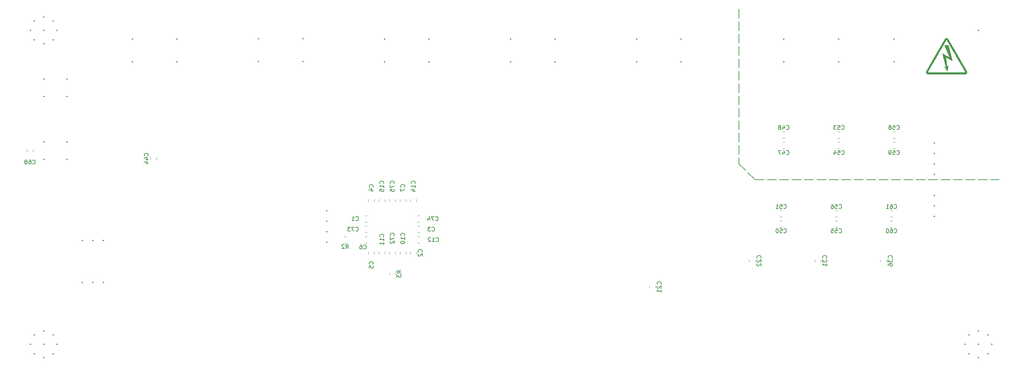
<source format=gbo>
%TF.GenerationSoftware,KiCad,Pcbnew,8.0.4*%
%TF.CreationDate,2025-03-26T21:29:21+03:00*%
%TF.ProjectId,PDU_Control_Board,5044555f-436f-46e7-9472-6f6c5f426f61,rev?*%
%TF.SameCoordinates,Original*%
%TF.FileFunction,Legend,Bot*%
%TF.FilePolarity,Positive*%
%FSLAX46Y46*%
G04 Gerber Fmt 4.6, Leading zero omitted, Abs format (unit mm)*
G04 Created by KiCad (PCBNEW 8.0.4) date 2025-03-26 21:29:21*
%MOMM*%
%LPD*%
G01*
G04 APERTURE LIST*
%ADD10C,0.200000*%
%ADD11C,0.150000*%
%ADD12C,0.120000*%
%ADD13C,0.000000*%
%ADD14C,0.350000*%
G04 APERTURE END LIST*
D10*
X394335000Y-162560000D02*
X394335000Y-164760000D01*
X394335000Y-165560000D02*
X394335000Y-167760000D01*
X394335000Y-168560000D02*
X394335000Y-170760000D01*
X394335000Y-171560000D02*
X394335000Y-173760000D01*
X394335000Y-174560000D02*
X394335000Y-176760000D01*
X394335000Y-177560000D02*
X394335000Y-179760000D01*
X394335000Y-180560000D02*
X394335000Y-182760000D01*
X394335000Y-183560000D02*
X394335000Y-185760000D01*
X394335000Y-186560000D02*
X394335000Y-188760000D01*
X394335000Y-189560000D02*
X394335000Y-191760000D01*
X394335000Y-192560000D02*
X394335000Y-194760000D01*
X394335000Y-195560000D02*
X394335000Y-197760000D01*
X394335000Y-198560000D02*
X394335000Y-200025000D01*
X398145000Y-203835000D02*
X400345000Y-203835000D01*
X401145000Y-203835000D02*
X403345000Y-203835000D01*
X404145000Y-203835000D02*
X406345000Y-203835000D01*
X407145000Y-203835000D02*
X409345000Y-203835000D01*
X410145000Y-203835000D02*
X412345000Y-203835000D01*
X413145000Y-203835000D02*
X415345000Y-203835000D01*
X416145000Y-203835000D02*
X418345000Y-203835000D01*
X419145000Y-203835000D02*
X421345000Y-203835000D01*
X422145000Y-203835000D02*
X424345000Y-203835000D01*
X425145000Y-203835000D02*
X427345000Y-203835000D01*
X428145000Y-203835000D02*
X430345000Y-203835000D01*
X431145000Y-203835000D02*
X433345000Y-203835000D01*
X434145000Y-203835000D02*
X436345000Y-203835000D01*
X437145000Y-203835000D02*
X439345000Y-203835000D01*
X440145000Y-203835000D02*
X442345000Y-203835000D01*
X443145000Y-203835000D02*
X445345000Y-203835000D01*
X446145000Y-203835000D02*
X448345000Y-203835000D01*
X449145000Y-203835000D02*
X451345000Y-203835000D01*
X452145000Y-203835000D02*
X454345000Y-203835000D01*
X455145000Y-203835000D02*
X457200000Y-203835000D01*
X394335000Y-200025000D02*
X395890635Y-201580635D01*
X396456320Y-202146320D02*
X398011955Y-203701955D01*
D11*
X405772857Y-197717580D02*
X405820476Y-197765200D01*
X405820476Y-197765200D02*
X405963333Y-197812819D01*
X405963333Y-197812819D02*
X406058571Y-197812819D01*
X406058571Y-197812819D02*
X406201428Y-197765200D01*
X406201428Y-197765200D02*
X406296666Y-197669961D01*
X406296666Y-197669961D02*
X406344285Y-197574723D01*
X406344285Y-197574723D02*
X406391904Y-197384247D01*
X406391904Y-197384247D02*
X406391904Y-197241390D01*
X406391904Y-197241390D02*
X406344285Y-197050914D01*
X406344285Y-197050914D02*
X406296666Y-196955676D01*
X406296666Y-196955676D02*
X406201428Y-196860438D01*
X406201428Y-196860438D02*
X406058571Y-196812819D01*
X406058571Y-196812819D02*
X405963333Y-196812819D01*
X405963333Y-196812819D02*
X405820476Y-196860438D01*
X405820476Y-196860438D02*
X405772857Y-196908057D01*
X404915714Y-197146152D02*
X404915714Y-197812819D01*
X405153809Y-196765200D02*
X405391904Y-197479485D01*
X405391904Y-197479485D02*
X404772857Y-197479485D01*
X404487142Y-196812819D02*
X403820476Y-196812819D01*
X403820476Y-196812819D02*
X404249047Y-197812819D01*
X418472857Y-210769580D02*
X418520476Y-210817200D01*
X418520476Y-210817200D02*
X418663333Y-210864819D01*
X418663333Y-210864819D02*
X418758571Y-210864819D01*
X418758571Y-210864819D02*
X418901428Y-210817200D01*
X418901428Y-210817200D02*
X418996666Y-210721961D01*
X418996666Y-210721961D02*
X419044285Y-210626723D01*
X419044285Y-210626723D02*
X419091904Y-210436247D01*
X419091904Y-210436247D02*
X419091904Y-210293390D01*
X419091904Y-210293390D02*
X419044285Y-210102914D01*
X419044285Y-210102914D02*
X418996666Y-210007676D01*
X418996666Y-210007676D02*
X418901428Y-209912438D01*
X418901428Y-209912438D02*
X418758571Y-209864819D01*
X418758571Y-209864819D02*
X418663333Y-209864819D01*
X418663333Y-209864819D02*
X418520476Y-209912438D01*
X418520476Y-209912438D02*
X418472857Y-209960057D01*
X417568095Y-209864819D02*
X418044285Y-209864819D01*
X418044285Y-209864819D02*
X418091904Y-210341009D01*
X418091904Y-210341009D02*
X418044285Y-210293390D01*
X418044285Y-210293390D02*
X417949047Y-210245771D01*
X417949047Y-210245771D02*
X417710952Y-210245771D01*
X417710952Y-210245771D02*
X417615714Y-210293390D01*
X417615714Y-210293390D02*
X417568095Y-210341009D01*
X417568095Y-210341009D02*
X417520476Y-210436247D01*
X417520476Y-210436247D02*
X417520476Y-210674342D01*
X417520476Y-210674342D02*
X417568095Y-210769580D01*
X417568095Y-210769580D02*
X417615714Y-210817200D01*
X417615714Y-210817200D02*
X417710952Y-210864819D01*
X417710952Y-210864819D02*
X417949047Y-210864819D01*
X417949047Y-210864819D02*
X418044285Y-210817200D01*
X418044285Y-210817200D02*
X418091904Y-210769580D01*
X416663333Y-209864819D02*
X416853809Y-209864819D01*
X416853809Y-209864819D02*
X416949047Y-209912438D01*
X416949047Y-209912438D02*
X416996666Y-209960057D01*
X416996666Y-209960057D02*
X417091904Y-210102914D01*
X417091904Y-210102914D02*
X417139523Y-210293390D01*
X417139523Y-210293390D02*
X417139523Y-210674342D01*
X417139523Y-210674342D02*
X417091904Y-210769580D01*
X417091904Y-210769580D02*
X417044285Y-210817200D01*
X417044285Y-210817200D02*
X416949047Y-210864819D01*
X416949047Y-210864819D02*
X416758571Y-210864819D01*
X416758571Y-210864819D02*
X416663333Y-210817200D01*
X416663333Y-210817200D02*
X416615714Y-210769580D01*
X416615714Y-210769580D02*
X416568095Y-210674342D01*
X416568095Y-210674342D02*
X416568095Y-210436247D01*
X416568095Y-210436247D02*
X416615714Y-210341009D01*
X416615714Y-210341009D02*
X416663333Y-210293390D01*
X416663333Y-210293390D02*
X416758571Y-210245771D01*
X416758571Y-210245771D02*
X416949047Y-210245771D01*
X416949047Y-210245771D02*
X417044285Y-210293390D01*
X417044285Y-210293390D02*
X417091904Y-210341009D01*
X417091904Y-210341009D02*
X417139523Y-210436247D01*
X418472857Y-216669580D02*
X418520476Y-216717200D01*
X418520476Y-216717200D02*
X418663333Y-216764819D01*
X418663333Y-216764819D02*
X418758571Y-216764819D01*
X418758571Y-216764819D02*
X418901428Y-216717200D01*
X418901428Y-216717200D02*
X418996666Y-216621961D01*
X418996666Y-216621961D02*
X419044285Y-216526723D01*
X419044285Y-216526723D02*
X419091904Y-216336247D01*
X419091904Y-216336247D02*
X419091904Y-216193390D01*
X419091904Y-216193390D02*
X419044285Y-216002914D01*
X419044285Y-216002914D02*
X418996666Y-215907676D01*
X418996666Y-215907676D02*
X418901428Y-215812438D01*
X418901428Y-215812438D02*
X418758571Y-215764819D01*
X418758571Y-215764819D02*
X418663333Y-215764819D01*
X418663333Y-215764819D02*
X418520476Y-215812438D01*
X418520476Y-215812438D02*
X418472857Y-215860057D01*
X417568095Y-215764819D02*
X418044285Y-215764819D01*
X418044285Y-215764819D02*
X418091904Y-216241009D01*
X418091904Y-216241009D02*
X418044285Y-216193390D01*
X418044285Y-216193390D02*
X417949047Y-216145771D01*
X417949047Y-216145771D02*
X417710952Y-216145771D01*
X417710952Y-216145771D02*
X417615714Y-216193390D01*
X417615714Y-216193390D02*
X417568095Y-216241009D01*
X417568095Y-216241009D02*
X417520476Y-216336247D01*
X417520476Y-216336247D02*
X417520476Y-216574342D01*
X417520476Y-216574342D02*
X417568095Y-216669580D01*
X417568095Y-216669580D02*
X417615714Y-216717200D01*
X417615714Y-216717200D02*
X417710952Y-216764819D01*
X417710952Y-216764819D02*
X417949047Y-216764819D01*
X417949047Y-216764819D02*
X418044285Y-216717200D01*
X418044285Y-216717200D02*
X418091904Y-216669580D01*
X416615714Y-215764819D02*
X417091904Y-215764819D01*
X417091904Y-215764819D02*
X417139523Y-216241009D01*
X417139523Y-216241009D02*
X417091904Y-216193390D01*
X417091904Y-216193390D02*
X416996666Y-216145771D01*
X416996666Y-216145771D02*
X416758571Y-216145771D01*
X416758571Y-216145771D02*
X416663333Y-216193390D01*
X416663333Y-216193390D02*
X416615714Y-216241009D01*
X416615714Y-216241009D02*
X416568095Y-216336247D01*
X416568095Y-216336247D02*
X416568095Y-216574342D01*
X416568095Y-216574342D02*
X416615714Y-216669580D01*
X416615714Y-216669580D02*
X416663333Y-216717200D01*
X416663333Y-216717200D02*
X416758571Y-216764819D01*
X416758571Y-216764819D02*
X416996666Y-216764819D01*
X416996666Y-216764819D02*
X417091904Y-216717200D01*
X417091904Y-216717200D02*
X417139523Y-216669580D01*
X431807857Y-216669580D02*
X431855476Y-216717200D01*
X431855476Y-216717200D02*
X431998333Y-216764819D01*
X431998333Y-216764819D02*
X432093571Y-216764819D01*
X432093571Y-216764819D02*
X432236428Y-216717200D01*
X432236428Y-216717200D02*
X432331666Y-216621961D01*
X432331666Y-216621961D02*
X432379285Y-216526723D01*
X432379285Y-216526723D02*
X432426904Y-216336247D01*
X432426904Y-216336247D02*
X432426904Y-216193390D01*
X432426904Y-216193390D02*
X432379285Y-216002914D01*
X432379285Y-216002914D02*
X432331666Y-215907676D01*
X432331666Y-215907676D02*
X432236428Y-215812438D01*
X432236428Y-215812438D02*
X432093571Y-215764819D01*
X432093571Y-215764819D02*
X431998333Y-215764819D01*
X431998333Y-215764819D02*
X431855476Y-215812438D01*
X431855476Y-215812438D02*
X431807857Y-215860057D01*
X430950714Y-215764819D02*
X431141190Y-215764819D01*
X431141190Y-215764819D02*
X431236428Y-215812438D01*
X431236428Y-215812438D02*
X431284047Y-215860057D01*
X431284047Y-215860057D02*
X431379285Y-216002914D01*
X431379285Y-216002914D02*
X431426904Y-216193390D01*
X431426904Y-216193390D02*
X431426904Y-216574342D01*
X431426904Y-216574342D02*
X431379285Y-216669580D01*
X431379285Y-216669580D02*
X431331666Y-216717200D01*
X431331666Y-216717200D02*
X431236428Y-216764819D01*
X431236428Y-216764819D02*
X431045952Y-216764819D01*
X431045952Y-216764819D02*
X430950714Y-216717200D01*
X430950714Y-216717200D02*
X430903095Y-216669580D01*
X430903095Y-216669580D02*
X430855476Y-216574342D01*
X430855476Y-216574342D02*
X430855476Y-216336247D01*
X430855476Y-216336247D02*
X430903095Y-216241009D01*
X430903095Y-216241009D02*
X430950714Y-216193390D01*
X430950714Y-216193390D02*
X431045952Y-216145771D01*
X431045952Y-216145771D02*
X431236428Y-216145771D01*
X431236428Y-216145771D02*
X431331666Y-216193390D01*
X431331666Y-216193390D02*
X431379285Y-216241009D01*
X431379285Y-216241009D02*
X431426904Y-216336247D01*
X430236428Y-215764819D02*
X430141190Y-215764819D01*
X430141190Y-215764819D02*
X430045952Y-215812438D01*
X430045952Y-215812438D02*
X429998333Y-215860057D01*
X429998333Y-215860057D02*
X429950714Y-215955295D01*
X429950714Y-215955295D02*
X429903095Y-216145771D01*
X429903095Y-216145771D02*
X429903095Y-216383866D01*
X429903095Y-216383866D02*
X429950714Y-216574342D01*
X429950714Y-216574342D02*
X429998333Y-216669580D01*
X429998333Y-216669580D02*
X430045952Y-216717200D01*
X430045952Y-216717200D02*
X430141190Y-216764819D01*
X430141190Y-216764819D02*
X430236428Y-216764819D01*
X430236428Y-216764819D02*
X430331666Y-216717200D01*
X430331666Y-216717200D02*
X430379285Y-216669580D01*
X430379285Y-216669580D02*
X430426904Y-216574342D01*
X430426904Y-216574342D02*
X430474523Y-216383866D01*
X430474523Y-216383866D02*
X430474523Y-216145771D01*
X430474523Y-216145771D02*
X430426904Y-215955295D01*
X430426904Y-215955295D02*
X430379285Y-215860057D01*
X430379285Y-215860057D02*
X430331666Y-215812438D01*
X430331666Y-215812438D02*
X430236428Y-215764819D01*
X431299580Y-222877142D02*
X431347200Y-222829523D01*
X431347200Y-222829523D02*
X431394819Y-222686666D01*
X431394819Y-222686666D02*
X431394819Y-222591428D01*
X431394819Y-222591428D02*
X431347200Y-222448571D01*
X431347200Y-222448571D02*
X431251961Y-222353333D01*
X431251961Y-222353333D02*
X431156723Y-222305714D01*
X431156723Y-222305714D02*
X430966247Y-222258095D01*
X430966247Y-222258095D02*
X430823390Y-222258095D01*
X430823390Y-222258095D02*
X430632914Y-222305714D01*
X430632914Y-222305714D02*
X430537676Y-222353333D01*
X430537676Y-222353333D02*
X430442438Y-222448571D01*
X430442438Y-222448571D02*
X430394819Y-222591428D01*
X430394819Y-222591428D02*
X430394819Y-222686666D01*
X430394819Y-222686666D02*
X430442438Y-222829523D01*
X430442438Y-222829523D02*
X430490057Y-222877142D01*
X430394819Y-223210476D02*
X430394819Y-223829523D01*
X430394819Y-223829523D02*
X430775771Y-223496190D01*
X430775771Y-223496190D02*
X430775771Y-223639047D01*
X430775771Y-223639047D02*
X430823390Y-223734285D01*
X430823390Y-223734285D02*
X430871009Y-223781904D01*
X430871009Y-223781904D02*
X430966247Y-223829523D01*
X430966247Y-223829523D02*
X431204342Y-223829523D01*
X431204342Y-223829523D02*
X431299580Y-223781904D01*
X431299580Y-223781904D02*
X431347200Y-223734285D01*
X431347200Y-223734285D02*
X431394819Y-223639047D01*
X431394819Y-223639047D02*
X431394819Y-223353333D01*
X431394819Y-223353333D02*
X431347200Y-223258095D01*
X431347200Y-223258095D02*
X431299580Y-223210476D01*
X430394819Y-224686666D02*
X430394819Y-224496190D01*
X430394819Y-224496190D02*
X430442438Y-224400952D01*
X430442438Y-224400952D02*
X430490057Y-224353333D01*
X430490057Y-224353333D02*
X430632914Y-224258095D01*
X430632914Y-224258095D02*
X430823390Y-224210476D01*
X430823390Y-224210476D02*
X431204342Y-224210476D01*
X431204342Y-224210476D02*
X431299580Y-224258095D01*
X431299580Y-224258095D02*
X431347200Y-224305714D01*
X431347200Y-224305714D02*
X431394819Y-224400952D01*
X431394819Y-224400952D02*
X431394819Y-224591428D01*
X431394819Y-224591428D02*
X431347200Y-224686666D01*
X431347200Y-224686666D02*
X431299580Y-224734285D01*
X431299580Y-224734285D02*
X431204342Y-224781904D01*
X431204342Y-224781904D02*
X430966247Y-224781904D01*
X430966247Y-224781904D02*
X430871009Y-224734285D01*
X430871009Y-224734285D02*
X430823390Y-224686666D01*
X430823390Y-224686666D02*
X430775771Y-224591428D01*
X430775771Y-224591428D02*
X430775771Y-224400952D01*
X430775771Y-224400952D02*
X430823390Y-224305714D01*
X430823390Y-224305714D02*
X430871009Y-224258095D01*
X430871009Y-224258095D02*
X430966247Y-224210476D01*
X303569666Y-220577580D02*
X303617285Y-220625200D01*
X303617285Y-220625200D02*
X303760142Y-220672819D01*
X303760142Y-220672819D02*
X303855380Y-220672819D01*
X303855380Y-220672819D02*
X303998237Y-220625200D01*
X303998237Y-220625200D02*
X304093475Y-220529961D01*
X304093475Y-220529961D02*
X304141094Y-220434723D01*
X304141094Y-220434723D02*
X304188713Y-220244247D01*
X304188713Y-220244247D02*
X304188713Y-220101390D01*
X304188713Y-220101390D02*
X304141094Y-219910914D01*
X304141094Y-219910914D02*
X304093475Y-219815676D01*
X304093475Y-219815676D02*
X303998237Y-219720438D01*
X303998237Y-219720438D02*
X303855380Y-219672819D01*
X303855380Y-219672819D02*
X303760142Y-219672819D01*
X303760142Y-219672819D02*
X303617285Y-219720438D01*
X303617285Y-219720438D02*
X303569666Y-219768057D01*
X302712523Y-219672819D02*
X302902999Y-219672819D01*
X302902999Y-219672819D02*
X302998237Y-219720438D01*
X302998237Y-219720438D02*
X303045856Y-219768057D01*
X303045856Y-219768057D02*
X303141094Y-219910914D01*
X303141094Y-219910914D02*
X303188713Y-220101390D01*
X303188713Y-220101390D02*
X303188713Y-220482342D01*
X303188713Y-220482342D02*
X303141094Y-220577580D01*
X303141094Y-220577580D02*
X303093475Y-220625200D01*
X303093475Y-220625200D02*
X302998237Y-220672819D01*
X302998237Y-220672819D02*
X302807761Y-220672819D01*
X302807761Y-220672819D02*
X302712523Y-220625200D01*
X302712523Y-220625200D02*
X302664904Y-220577580D01*
X302664904Y-220577580D02*
X302617285Y-220482342D01*
X302617285Y-220482342D02*
X302617285Y-220244247D01*
X302617285Y-220244247D02*
X302664904Y-220149009D01*
X302664904Y-220149009D02*
X302712523Y-220101390D01*
X302712523Y-220101390D02*
X302807761Y-220053771D01*
X302807761Y-220053771D02*
X302998237Y-220053771D01*
X302998237Y-220053771D02*
X303093475Y-220101390D01*
X303093475Y-220101390D02*
X303141094Y-220149009D01*
X303141094Y-220149009D02*
X303188713Y-220244247D01*
X375419580Y-229227142D02*
X375467200Y-229179523D01*
X375467200Y-229179523D02*
X375514819Y-229036666D01*
X375514819Y-229036666D02*
X375514819Y-228941428D01*
X375514819Y-228941428D02*
X375467200Y-228798571D01*
X375467200Y-228798571D02*
X375371961Y-228703333D01*
X375371961Y-228703333D02*
X375276723Y-228655714D01*
X375276723Y-228655714D02*
X375086247Y-228608095D01*
X375086247Y-228608095D02*
X374943390Y-228608095D01*
X374943390Y-228608095D02*
X374752914Y-228655714D01*
X374752914Y-228655714D02*
X374657676Y-228703333D01*
X374657676Y-228703333D02*
X374562438Y-228798571D01*
X374562438Y-228798571D02*
X374514819Y-228941428D01*
X374514819Y-228941428D02*
X374514819Y-229036666D01*
X374514819Y-229036666D02*
X374562438Y-229179523D01*
X374562438Y-229179523D02*
X374610057Y-229227142D01*
X374610057Y-229608095D02*
X374562438Y-229655714D01*
X374562438Y-229655714D02*
X374514819Y-229750952D01*
X374514819Y-229750952D02*
X374514819Y-229989047D01*
X374514819Y-229989047D02*
X374562438Y-230084285D01*
X374562438Y-230084285D02*
X374610057Y-230131904D01*
X374610057Y-230131904D02*
X374705295Y-230179523D01*
X374705295Y-230179523D02*
X374800533Y-230179523D01*
X374800533Y-230179523D02*
X374943390Y-230131904D01*
X374943390Y-230131904D02*
X375514819Y-229560476D01*
X375514819Y-229560476D02*
X375514819Y-230179523D01*
X375514819Y-231131904D02*
X375514819Y-230560476D01*
X375514819Y-230846190D02*
X374514819Y-230846190D01*
X374514819Y-230846190D02*
X374657676Y-230750952D01*
X374657676Y-230750952D02*
X374752914Y-230655714D01*
X374752914Y-230655714D02*
X374800533Y-230560476D01*
X308334580Y-204843142D02*
X308382200Y-204795523D01*
X308382200Y-204795523D02*
X308429819Y-204652666D01*
X308429819Y-204652666D02*
X308429819Y-204557428D01*
X308429819Y-204557428D02*
X308382200Y-204414571D01*
X308382200Y-204414571D02*
X308286961Y-204319333D01*
X308286961Y-204319333D02*
X308191723Y-204271714D01*
X308191723Y-204271714D02*
X308001247Y-204224095D01*
X308001247Y-204224095D02*
X307858390Y-204224095D01*
X307858390Y-204224095D02*
X307667914Y-204271714D01*
X307667914Y-204271714D02*
X307572676Y-204319333D01*
X307572676Y-204319333D02*
X307477438Y-204414571D01*
X307477438Y-204414571D02*
X307429819Y-204557428D01*
X307429819Y-204557428D02*
X307429819Y-204652666D01*
X307429819Y-204652666D02*
X307477438Y-204795523D01*
X307477438Y-204795523D02*
X307525057Y-204843142D01*
X308429819Y-205795523D02*
X308429819Y-205224095D01*
X308429819Y-205509809D02*
X307429819Y-205509809D01*
X307429819Y-205509809D02*
X307572676Y-205414571D01*
X307572676Y-205414571D02*
X307667914Y-205319333D01*
X307667914Y-205319333D02*
X307715533Y-205224095D01*
X307429819Y-206700285D02*
X307429819Y-206224095D01*
X307429819Y-206224095D02*
X307906009Y-206176476D01*
X307906009Y-206176476D02*
X307858390Y-206224095D01*
X307858390Y-206224095D02*
X307810771Y-206319333D01*
X307810771Y-206319333D02*
X307810771Y-206557428D01*
X307810771Y-206557428D02*
X307858390Y-206652666D01*
X307858390Y-206652666D02*
X307906009Y-206700285D01*
X307906009Y-206700285D02*
X308001247Y-206747904D01*
X308001247Y-206747904D02*
X308239342Y-206747904D01*
X308239342Y-206747904D02*
X308334580Y-206700285D01*
X308334580Y-206700285D02*
X308382200Y-206652666D01*
X308382200Y-206652666D02*
X308429819Y-206557428D01*
X308429819Y-206557428D02*
X308429819Y-206319333D01*
X308429819Y-206319333D02*
X308382200Y-206224095D01*
X308382200Y-206224095D02*
X308334580Y-206176476D01*
X301664666Y-213719580D02*
X301712285Y-213767200D01*
X301712285Y-213767200D02*
X301855142Y-213814819D01*
X301855142Y-213814819D02*
X301950380Y-213814819D01*
X301950380Y-213814819D02*
X302093237Y-213767200D01*
X302093237Y-213767200D02*
X302188475Y-213671961D01*
X302188475Y-213671961D02*
X302236094Y-213576723D01*
X302236094Y-213576723D02*
X302283713Y-213386247D01*
X302283713Y-213386247D02*
X302283713Y-213243390D01*
X302283713Y-213243390D02*
X302236094Y-213052914D01*
X302236094Y-213052914D02*
X302188475Y-212957676D01*
X302188475Y-212957676D02*
X302093237Y-212862438D01*
X302093237Y-212862438D02*
X301950380Y-212814819D01*
X301950380Y-212814819D02*
X301855142Y-212814819D01*
X301855142Y-212814819D02*
X301712285Y-212862438D01*
X301712285Y-212862438D02*
X301664666Y-212910057D01*
X300712285Y-213814819D02*
X301283713Y-213814819D01*
X300997999Y-213814819D02*
X300997999Y-212814819D01*
X300997999Y-212814819D02*
X301093237Y-212957676D01*
X301093237Y-212957676D02*
X301188475Y-213052914D01*
X301188475Y-213052914D02*
X301283713Y-213100533D01*
X321063857Y-218799580D02*
X321111476Y-218847200D01*
X321111476Y-218847200D02*
X321254333Y-218894819D01*
X321254333Y-218894819D02*
X321349571Y-218894819D01*
X321349571Y-218894819D02*
X321492428Y-218847200D01*
X321492428Y-218847200D02*
X321587666Y-218751961D01*
X321587666Y-218751961D02*
X321635285Y-218656723D01*
X321635285Y-218656723D02*
X321682904Y-218466247D01*
X321682904Y-218466247D02*
X321682904Y-218323390D01*
X321682904Y-218323390D02*
X321635285Y-218132914D01*
X321635285Y-218132914D02*
X321587666Y-218037676D01*
X321587666Y-218037676D02*
X321492428Y-217942438D01*
X321492428Y-217942438D02*
X321349571Y-217894819D01*
X321349571Y-217894819D02*
X321254333Y-217894819D01*
X321254333Y-217894819D02*
X321111476Y-217942438D01*
X321111476Y-217942438D02*
X321063857Y-217990057D01*
X320111476Y-218894819D02*
X320682904Y-218894819D01*
X320397190Y-218894819D02*
X320397190Y-217894819D01*
X320397190Y-217894819D02*
X320492428Y-218037676D01*
X320492428Y-218037676D02*
X320587666Y-218132914D01*
X320587666Y-218132914D02*
X320682904Y-218180533D01*
X319730523Y-217990057D02*
X319682904Y-217942438D01*
X319682904Y-217942438D02*
X319587666Y-217894819D01*
X319587666Y-217894819D02*
X319349571Y-217894819D01*
X319349571Y-217894819D02*
X319254333Y-217942438D01*
X319254333Y-217942438D02*
X319206714Y-217990057D01*
X319206714Y-217990057D02*
X319159095Y-218085295D01*
X319159095Y-218085295D02*
X319159095Y-218180533D01*
X319159095Y-218180533D02*
X319206714Y-218323390D01*
X319206714Y-218323390D02*
X319778142Y-218894819D01*
X319778142Y-218894819D02*
X319159095Y-218894819D01*
X301632857Y-216259580D02*
X301680476Y-216307200D01*
X301680476Y-216307200D02*
X301823333Y-216354819D01*
X301823333Y-216354819D02*
X301918571Y-216354819D01*
X301918571Y-216354819D02*
X302061428Y-216307200D01*
X302061428Y-216307200D02*
X302156666Y-216211961D01*
X302156666Y-216211961D02*
X302204285Y-216116723D01*
X302204285Y-216116723D02*
X302251904Y-215926247D01*
X302251904Y-215926247D02*
X302251904Y-215783390D01*
X302251904Y-215783390D02*
X302204285Y-215592914D01*
X302204285Y-215592914D02*
X302156666Y-215497676D01*
X302156666Y-215497676D02*
X302061428Y-215402438D01*
X302061428Y-215402438D02*
X301918571Y-215354819D01*
X301918571Y-215354819D02*
X301823333Y-215354819D01*
X301823333Y-215354819D02*
X301680476Y-215402438D01*
X301680476Y-215402438D02*
X301632857Y-215450057D01*
X301299523Y-215354819D02*
X300632857Y-215354819D01*
X300632857Y-215354819D02*
X301061428Y-216354819D01*
X300347142Y-215354819D02*
X299728095Y-215354819D01*
X299728095Y-215354819D02*
X300061428Y-215735771D01*
X300061428Y-215735771D02*
X299918571Y-215735771D01*
X299918571Y-215735771D02*
X299823333Y-215783390D01*
X299823333Y-215783390D02*
X299775714Y-215831009D01*
X299775714Y-215831009D02*
X299728095Y-215926247D01*
X299728095Y-215926247D02*
X299728095Y-216164342D01*
X299728095Y-216164342D02*
X299775714Y-216259580D01*
X299775714Y-216259580D02*
X299823333Y-216307200D01*
X299823333Y-216307200D02*
X299918571Y-216354819D01*
X299918571Y-216354819D02*
X300204285Y-216354819D01*
X300204285Y-216354819D02*
X300299523Y-216307200D01*
X300299523Y-216307200D02*
X300347142Y-216259580D01*
X405137857Y-210769580D02*
X405185476Y-210817200D01*
X405185476Y-210817200D02*
X405328333Y-210864819D01*
X405328333Y-210864819D02*
X405423571Y-210864819D01*
X405423571Y-210864819D02*
X405566428Y-210817200D01*
X405566428Y-210817200D02*
X405661666Y-210721961D01*
X405661666Y-210721961D02*
X405709285Y-210626723D01*
X405709285Y-210626723D02*
X405756904Y-210436247D01*
X405756904Y-210436247D02*
X405756904Y-210293390D01*
X405756904Y-210293390D02*
X405709285Y-210102914D01*
X405709285Y-210102914D02*
X405661666Y-210007676D01*
X405661666Y-210007676D02*
X405566428Y-209912438D01*
X405566428Y-209912438D02*
X405423571Y-209864819D01*
X405423571Y-209864819D02*
X405328333Y-209864819D01*
X405328333Y-209864819D02*
X405185476Y-209912438D01*
X405185476Y-209912438D02*
X405137857Y-209960057D01*
X404233095Y-209864819D02*
X404709285Y-209864819D01*
X404709285Y-209864819D02*
X404756904Y-210341009D01*
X404756904Y-210341009D02*
X404709285Y-210293390D01*
X404709285Y-210293390D02*
X404614047Y-210245771D01*
X404614047Y-210245771D02*
X404375952Y-210245771D01*
X404375952Y-210245771D02*
X404280714Y-210293390D01*
X404280714Y-210293390D02*
X404233095Y-210341009D01*
X404233095Y-210341009D02*
X404185476Y-210436247D01*
X404185476Y-210436247D02*
X404185476Y-210674342D01*
X404185476Y-210674342D02*
X404233095Y-210769580D01*
X404233095Y-210769580D02*
X404280714Y-210817200D01*
X404280714Y-210817200D02*
X404375952Y-210864819D01*
X404375952Y-210864819D02*
X404614047Y-210864819D01*
X404614047Y-210864819D02*
X404709285Y-210817200D01*
X404709285Y-210817200D02*
X404756904Y-210769580D01*
X403233095Y-210864819D02*
X403804523Y-210864819D01*
X403518809Y-210864819D02*
X403518809Y-209864819D01*
X403518809Y-209864819D02*
X403614047Y-210007676D01*
X403614047Y-210007676D02*
X403709285Y-210102914D01*
X403709285Y-210102914D02*
X403804523Y-210150533D01*
X305794580Y-224369333D02*
X305842200Y-224321714D01*
X305842200Y-224321714D02*
X305889819Y-224178857D01*
X305889819Y-224178857D02*
X305889819Y-224083619D01*
X305889819Y-224083619D02*
X305842200Y-223940762D01*
X305842200Y-223940762D02*
X305746961Y-223845524D01*
X305746961Y-223845524D02*
X305651723Y-223797905D01*
X305651723Y-223797905D02*
X305461247Y-223750286D01*
X305461247Y-223750286D02*
X305318390Y-223750286D01*
X305318390Y-223750286D02*
X305127914Y-223797905D01*
X305127914Y-223797905D02*
X305032676Y-223845524D01*
X305032676Y-223845524D02*
X304937438Y-223940762D01*
X304937438Y-223940762D02*
X304889819Y-224083619D01*
X304889819Y-224083619D02*
X304889819Y-224178857D01*
X304889819Y-224178857D02*
X304937438Y-224321714D01*
X304937438Y-224321714D02*
X304985057Y-224369333D01*
X304889819Y-225274095D02*
X304889819Y-224797905D01*
X304889819Y-224797905D02*
X305366009Y-224750286D01*
X305366009Y-224750286D02*
X305318390Y-224797905D01*
X305318390Y-224797905D02*
X305270771Y-224893143D01*
X305270771Y-224893143D02*
X305270771Y-225131238D01*
X305270771Y-225131238D02*
X305318390Y-225226476D01*
X305318390Y-225226476D02*
X305366009Y-225274095D01*
X305366009Y-225274095D02*
X305461247Y-225321714D01*
X305461247Y-225321714D02*
X305699342Y-225321714D01*
X305699342Y-225321714D02*
X305794580Y-225274095D01*
X305794580Y-225274095D02*
X305842200Y-225226476D01*
X305842200Y-225226476D02*
X305889819Y-225131238D01*
X305889819Y-225131238D02*
X305889819Y-224893143D01*
X305889819Y-224893143D02*
X305842200Y-224797905D01*
X305842200Y-224797905D02*
X305794580Y-224750286D01*
X317634580Y-221448333D02*
X317682200Y-221400714D01*
X317682200Y-221400714D02*
X317729819Y-221257857D01*
X317729819Y-221257857D02*
X317729819Y-221162619D01*
X317729819Y-221162619D02*
X317682200Y-221019762D01*
X317682200Y-221019762D02*
X317586961Y-220924524D01*
X317586961Y-220924524D02*
X317491723Y-220876905D01*
X317491723Y-220876905D02*
X317301247Y-220829286D01*
X317301247Y-220829286D02*
X317158390Y-220829286D01*
X317158390Y-220829286D02*
X316967914Y-220876905D01*
X316967914Y-220876905D02*
X316872676Y-220924524D01*
X316872676Y-220924524D02*
X316777438Y-221019762D01*
X316777438Y-221019762D02*
X316729819Y-221162619D01*
X316729819Y-221162619D02*
X316729819Y-221257857D01*
X316729819Y-221257857D02*
X316777438Y-221400714D01*
X316777438Y-221400714D02*
X316825057Y-221448333D01*
X316825057Y-221829286D02*
X316777438Y-221876905D01*
X316777438Y-221876905D02*
X316729819Y-221972143D01*
X316729819Y-221972143D02*
X316729819Y-222210238D01*
X316729819Y-222210238D02*
X316777438Y-222305476D01*
X316777438Y-222305476D02*
X316825057Y-222353095D01*
X316825057Y-222353095D02*
X316920295Y-222400714D01*
X316920295Y-222400714D02*
X317015533Y-222400714D01*
X317015533Y-222400714D02*
X317158390Y-222353095D01*
X317158390Y-222353095D02*
X317729819Y-221781667D01*
X317729819Y-221781667D02*
X317729819Y-222400714D01*
X431807857Y-210769580D02*
X431855476Y-210817200D01*
X431855476Y-210817200D02*
X431998333Y-210864819D01*
X431998333Y-210864819D02*
X432093571Y-210864819D01*
X432093571Y-210864819D02*
X432236428Y-210817200D01*
X432236428Y-210817200D02*
X432331666Y-210721961D01*
X432331666Y-210721961D02*
X432379285Y-210626723D01*
X432379285Y-210626723D02*
X432426904Y-210436247D01*
X432426904Y-210436247D02*
X432426904Y-210293390D01*
X432426904Y-210293390D02*
X432379285Y-210102914D01*
X432379285Y-210102914D02*
X432331666Y-210007676D01*
X432331666Y-210007676D02*
X432236428Y-209912438D01*
X432236428Y-209912438D02*
X432093571Y-209864819D01*
X432093571Y-209864819D02*
X431998333Y-209864819D01*
X431998333Y-209864819D02*
X431855476Y-209912438D01*
X431855476Y-209912438D02*
X431807857Y-209960057D01*
X430950714Y-209864819D02*
X431141190Y-209864819D01*
X431141190Y-209864819D02*
X431236428Y-209912438D01*
X431236428Y-209912438D02*
X431284047Y-209960057D01*
X431284047Y-209960057D02*
X431379285Y-210102914D01*
X431379285Y-210102914D02*
X431426904Y-210293390D01*
X431426904Y-210293390D02*
X431426904Y-210674342D01*
X431426904Y-210674342D02*
X431379285Y-210769580D01*
X431379285Y-210769580D02*
X431331666Y-210817200D01*
X431331666Y-210817200D02*
X431236428Y-210864819D01*
X431236428Y-210864819D02*
X431045952Y-210864819D01*
X431045952Y-210864819D02*
X430950714Y-210817200D01*
X430950714Y-210817200D02*
X430903095Y-210769580D01*
X430903095Y-210769580D02*
X430855476Y-210674342D01*
X430855476Y-210674342D02*
X430855476Y-210436247D01*
X430855476Y-210436247D02*
X430903095Y-210341009D01*
X430903095Y-210341009D02*
X430950714Y-210293390D01*
X430950714Y-210293390D02*
X431045952Y-210245771D01*
X431045952Y-210245771D02*
X431236428Y-210245771D01*
X431236428Y-210245771D02*
X431331666Y-210293390D01*
X431331666Y-210293390D02*
X431379285Y-210341009D01*
X431379285Y-210341009D02*
X431426904Y-210436247D01*
X429903095Y-210864819D02*
X430474523Y-210864819D01*
X430188809Y-210864819D02*
X430188809Y-209864819D01*
X430188809Y-209864819D02*
X430284047Y-210007676D01*
X430284047Y-210007676D02*
X430379285Y-210102914D01*
X430379285Y-210102914D02*
X430474523Y-210150533D01*
X310874580Y-217416142D02*
X310922200Y-217368523D01*
X310922200Y-217368523D02*
X310969819Y-217225666D01*
X310969819Y-217225666D02*
X310969819Y-217130428D01*
X310969819Y-217130428D02*
X310922200Y-216987571D01*
X310922200Y-216987571D02*
X310826961Y-216892333D01*
X310826961Y-216892333D02*
X310731723Y-216844714D01*
X310731723Y-216844714D02*
X310541247Y-216797095D01*
X310541247Y-216797095D02*
X310398390Y-216797095D01*
X310398390Y-216797095D02*
X310207914Y-216844714D01*
X310207914Y-216844714D02*
X310112676Y-216892333D01*
X310112676Y-216892333D02*
X310017438Y-216987571D01*
X310017438Y-216987571D02*
X309969819Y-217130428D01*
X309969819Y-217130428D02*
X309969819Y-217225666D01*
X309969819Y-217225666D02*
X310017438Y-217368523D01*
X310017438Y-217368523D02*
X310065057Y-217416142D01*
X309969819Y-217749476D02*
X309969819Y-218416142D01*
X309969819Y-218416142D02*
X310969819Y-217987571D01*
X310065057Y-218749476D02*
X310017438Y-218797095D01*
X310017438Y-218797095D02*
X309969819Y-218892333D01*
X309969819Y-218892333D02*
X309969819Y-219130428D01*
X309969819Y-219130428D02*
X310017438Y-219225666D01*
X310017438Y-219225666D02*
X310065057Y-219273285D01*
X310065057Y-219273285D02*
X310160295Y-219320904D01*
X310160295Y-219320904D02*
X310255533Y-219320904D01*
X310255533Y-219320904D02*
X310398390Y-219273285D01*
X310398390Y-219273285D02*
X310969819Y-218701857D01*
X310969819Y-218701857D02*
X310969819Y-219320904D01*
X320936857Y-213719580D02*
X320984476Y-213767200D01*
X320984476Y-213767200D02*
X321127333Y-213814819D01*
X321127333Y-213814819D02*
X321222571Y-213814819D01*
X321222571Y-213814819D02*
X321365428Y-213767200D01*
X321365428Y-213767200D02*
X321460666Y-213671961D01*
X321460666Y-213671961D02*
X321508285Y-213576723D01*
X321508285Y-213576723D02*
X321555904Y-213386247D01*
X321555904Y-213386247D02*
X321555904Y-213243390D01*
X321555904Y-213243390D02*
X321508285Y-213052914D01*
X321508285Y-213052914D02*
X321460666Y-212957676D01*
X321460666Y-212957676D02*
X321365428Y-212862438D01*
X321365428Y-212862438D02*
X321222571Y-212814819D01*
X321222571Y-212814819D02*
X321127333Y-212814819D01*
X321127333Y-212814819D02*
X320984476Y-212862438D01*
X320984476Y-212862438D02*
X320936857Y-212910057D01*
X320603523Y-212814819D02*
X319936857Y-212814819D01*
X319936857Y-212814819D02*
X320365428Y-213814819D01*
X319127333Y-213148152D02*
X319127333Y-213814819D01*
X319365428Y-212767200D02*
X319603523Y-213481485D01*
X319603523Y-213481485D02*
X318984476Y-213481485D01*
X308334580Y-217722142D02*
X308382200Y-217674523D01*
X308382200Y-217674523D02*
X308429819Y-217531666D01*
X308429819Y-217531666D02*
X308429819Y-217436428D01*
X308429819Y-217436428D02*
X308382200Y-217293571D01*
X308382200Y-217293571D02*
X308286961Y-217198333D01*
X308286961Y-217198333D02*
X308191723Y-217150714D01*
X308191723Y-217150714D02*
X308001247Y-217103095D01*
X308001247Y-217103095D02*
X307858390Y-217103095D01*
X307858390Y-217103095D02*
X307667914Y-217150714D01*
X307667914Y-217150714D02*
X307572676Y-217198333D01*
X307572676Y-217198333D02*
X307477438Y-217293571D01*
X307477438Y-217293571D02*
X307429819Y-217436428D01*
X307429819Y-217436428D02*
X307429819Y-217531666D01*
X307429819Y-217531666D02*
X307477438Y-217674523D01*
X307477438Y-217674523D02*
X307525057Y-217722142D01*
X308429819Y-218674523D02*
X308429819Y-218103095D01*
X308429819Y-218388809D02*
X307429819Y-218388809D01*
X307429819Y-218388809D02*
X307572676Y-218293571D01*
X307572676Y-218293571D02*
X307667914Y-218198333D01*
X307667914Y-218198333D02*
X307715533Y-218103095D01*
X308429819Y-219626904D02*
X308429819Y-219055476D01*
X308429819Y-219341190D02*
X307429819Y-219341190D01*
X307429819Y-219341190D02*
X307572676Y-219245952D01*
X307572676Y-219245952D02*
X307667914Y-219150714D01*
X307667914Y-219150714D02*
X307715533Y-219055476D01*
X223527857Y-200003580D02*
X223575476Y-200051200D01*
X223575476Y-200051200D02*
X223718333Y-200098819D01*
X223718333Y-200098819D02*
X223813571Y-200098819D01*
X223813571Y-200098819D02*
X223956428Y-200051200D01*
X223956428Y-200051200D02*
X224051666Y-199955961D01*
X224051666Y-199955961D02*
X224099285Y-199860723D01*
X224099285Y-199860723D02*
X224146904Y-199670247D01*
X224146904Y-199670247D02*
X224146904Y-199527390D01*
X224146904Y-199527390D02*
X224099285Y-199336914D01*
X224099285Y-199336914D02*
X224051666Y-199241676D01*
X224051666Y-199241676D02*
X223956428Y-199146438D01*
X223956428Y-199146438D02*
X223813571Y-199098819D01*
X223813571Y-199098819D02*
X223718333Y-199098819D01*
X223718333Y-199098819D02*
X223575476Y-199146438D01*
X223575476Y-199146438D02*
X223527857Y-199194057D01*
X222670714Y-199098819D02*
X222861190Y-199098819D01*
X222861190Y-199098819D02*
X222956428Y-199146438D01*
X222956428Y-199146438D02*
X223004047Y-199194057D01*
X223004047Y-199194057D02*
X223099285Y-199336914D01*
X223099285Y-199336914D02*
X223146904Y-199527390D01*
X223146904Y-199527390D02*
X223146904Y-199908342D01*
X223146904Y-199908342D02*
X223099285Y-200003580D01*
X223099285Y-200003580D02*
X223051666Y-200051200D01*
X223051666Y-200051200D02*
X222956428Y-200098819D01*
X222956428Y-200098819D02*
X222765952Y-200098819D01*
X222765952Y-200098819D02*
X222670714Y-200051200D01*
X222670714Y-200051200D02*
X222623095Y-200003580D01*
X222623095Y-200003580D02*
X222575476Y-199908342D01*
X222575476Y-199908342D02*
X222575476Y-199670247D01*
X222575476Y-199670247D02*
X222623095Y-199575009D01*
X222623095Y-199575009D02*
X222670714Y-199527390D01*
X222670714Y-199527390D02*
X222765952Y-199479771D01*
X222765952Y-199479771D02*
X222956428Y-199479771D01*
X222956428Y-199479771D02*
X223051666Y-199527390D01*
X223051666Y-199527390D02*
X223099285Y-199575009D01*
X223099285Y-199575009D02*
X223146904Y-199670247D01*
X222004047Y-199527390D02*
X222099285Y-199479771D01*
X222099285Y-199479771D02*
X222146904Y-199432152D01*
X222146904Y-199432152D02*
X222194523Y-199336914D01*
X222194523Y-199336914D02*
X222194523Y-199289295D01*
X222194523Y-199289295D02*
X222146904Y-199194057D01*
X222146904Y-199194057D02*
X222099285Y-199146438D01*
X222099285Y-199146438D02*
X222004047Y-199098819D01*
X222004047Y-199098819D02*
X221813571Y-199098819D01*
X221813571Y-199098819D02*
X221718333Y-199146438D01*
X221718333Y-199146438D02*
X221670714Y-199194057D01*
X221670714Y-199194057D02*
X221623095Y-199289295D01*
X221623095Y-199289295D02*
X221623095Y-199336914D01*
X221623095Y-199336914D02*
X221670714Y-199432152D01*
X221670714Y-199432152D02*
X221718333Y-199479771D01*
X221718333Y-199479771D02*
X221813571Y-199527390D01*
X221813571Y-199527390D02*
X222004047Y-199527390D01*
X222004047Y-199527390D02*
X222099285Y-199575009D01*
X222099285Y-199575009D02*
X222146904Y-199622628D01*
X222146904Y-199622628D02*
X222194523Y-199717866D01*
X222194523Y-199717866D02*
X222194523Y-199908342D01*
X222194523Y-199908342D02*
X222146904Y-200003580D01*
X222146904Y-200003580D02*
X222099285Y-200051200D01*
X222099285Y-200051200D02*
X222004047Y-200098819D01*
X222004047Y-200098819D02*
X221813571Y-200098819D01*
X221813571Y-200098819D02*
X221718333Y-200051200D01*
X221718333Y-200051200D02*
X221670714Y-200003580D01*
X221670714Y-200003580D02*
X221623095Y-199908342D01*
X221623095Y-199908342D02*
X221623095Y-199717866D01*
X221623095Y-199717866D02*
X221670714Y-199622628D01*
X221670714Y-199622628D02*
X221718333Y-199575009D01*
X221718333Y-199575009D02*
X221813571Y-199527390D01*
X419107857Y-191621580D02*
X419155476Y-191669200D01*
X419155476Y-191669200D02*
X419298333Y-191716819D01*
X419298333Y-191716819D02*
X419393571Y-191716819D01*
X419393571Y-191716819D02*
X419536428Y-191669200D01*
X419536428Y-191669200D02*
X419631666Y-191573961D01*
X419631666Y-191573961D02*
X419679285Y-191478723D01*
X419679285Y-191478723D02*
X419726904Y-191288247D01*
X419726904Y-191288247D02*
X419726904Y-191145390D01*
X419726904Y-191145390D02*
X419679285Y-190954914D01*
X419679285Y-190954914D02*
X419631666Y-190859676D01*
X419631666Y-190859676D02*
X419536428Y-190764438D01*
X419536428Y-190764438D02*
X419393571Y-190716819D01*
X419393571Y-190716819D02*
X419298333Y-190716819D01*
X419298333Y-190716819D02*
X419155476Y-190764438D01*
X419155476Y-190764438D02*
X419107857Y-190812057D01*
X418203095Y-190716819D02*
X418679285Y-190716819D01*
X418679285Y-190716819D02*
X418726904Y-191193009D01*
X418726904Y-191193009D02*
X418679285Y-191145390D01*
X418679285Y-191145390D02*
X418584047Y-191097771D01*
X418584047Y-191097771D02*
X418345952Y-191097771D01*
X418345952Y-191097771D02*
X418250714Y-191145390D01*
X418250714Y-191145390D02*
X418203095Y-191193009D01*
X418203095Y-191193009D02*
X418155476Y-191288247D01*
X418155476Y-191288247D02*
X418155476Y-191526342D01*
X418155476Y-191526342D02*
X418203095Y-191621580D01*
X418203095Y-191621580D02*
X418250714Y-191669200D01*
X418250714Y-191669200D02*
X418345952Y-191716819D01*
X418345952Y-191716819D02*
X418584047Y-191716819D01*
X418584047Y-191716819D02*
X418679285Y-191669200D01*
X418679285Y-191669200D02*
X418726904Y-191621580D01*
X417822142Y-190716819D02*
X417203095Y-190716819D01*
X417203095Y-190716819D02*
X417536428Y-191097771D01*
X417536428Y-191097771D02*
X417393571Y-191097771D01*
X417393571Y-191097771D02*
X417298333Y-191145390D01*
X417298333Y-191145390D02*
X417250714Y-191193009D01*
X417250714Y-191193009D02*
X417203095Y-191288247D01*
X417203095Y-191288247D02*
X417203095Y-191526342D01*
X417203095Y-191526342D02*
X417250714Y-191621580D01*
X417250714Y-191621580D02*
X417298333Y-191669200D01*
X417298333Y-191669200D02*
X417393571Y-191716819D01*
X417393571Y-191716819D02*
X417679285Y-191716819D01*
X417679285Y-191716819D02*
X417774523Y-191669200D01*
X417774523Y-191669200D02*
X417822142Y-191621580D01*
X405772857Y-191621580D02*
X405820476Y-191669200D01*
X405820476Y-191669200D02*
X405963333Y-191716819D01*
X405963333Y-191716819D02*
X406058571Y-191716819D01*
X406058571Y-191716819D02*
X406201428Y-191669200D01*
X406201428Y-191669200D02*
X406296666Y-191573961D01*
X406296666Y-191573961D02*
X406344285Y-191478723D01*
X406344285Y-191478723D02*
X406391904Y-191288247D01*
X406391904Y-191288247D02*
X406391904Y-191145390D01*
X406391904Y-191145390D02*
X406344285Y-190954914D01*
X406344285Y-190954914D02*
X406296666Y-190859676D01*
X406296666Y-190859676D02*
X406201428Y-190764438D01*
X406201428Y-190764438D02*
X406058571Y-190716819D01*
X406058571Y-190716819D02*
X405963333Y-190716819D01*
X405963333Y-190716819D02*
X405820476Y-190764438D01*
X405820476Y-190764438D02*
X405772857Y-190812057D01*
X404915714Y-191050152D02*
X404915714Y-191716819D01*
X405153809Y-190669200D02*
X405391904Y-191383485D01*
X405391904Y-191383485D02*
X404772857Y-191383485D01*
X404249047Y-191145390D02*
X404344285Y-191097771D01*
X404344285Y-191097771D02*
X404391904Y-191050152D01*
X404391904Y-191050152D02*
X404439523Y-190954914D01*
X404439523Y-190954914D02*
X404439523Y-190907295D01*
X404439523Y-190907295D02*
X404391904Y-190812057D01*
X404391904Y-190812057D02*
X404344285Y-190764438D01*
X404344285Y-190764438D02*
X404249047Y-190716819D01*
X404249047Y-190716819D02*
X404058571Y-190716819D01*
X404058571Y-190716819D02*
X403963333Y-190764438D01*
X403963333Y-190764438D02*
X403915714Y-190812057D01*
X403915714Y-190812057D02*
X403868095Y-190907295D01*
X403868095Y-190907295D02*
X403868095Y-190954914D01*
X403868095Y-190954914D02*
X403915714Y-191050152D01*
X403915714Y-191050152D02*
X403963333Y-191097771D01*
X403963333Y-191097771D02*
X404058571Y-191145390D01*
X404058571Y-191145390D02*
X404249047Y-191145390D01*
X404249047Y-191145390D02*
X404344285Y-191193009D01*
X404344285Y-191193009D02*
X404391904Y-191240628D01*
X404391904Y-191240628D02*
X404439523Y-191335866D01*
X404439523Y-191335866D02*
X404439523Y-191526342D01*
X404439523Y-191526342D02*
X404391904Y-191621580D01*
X404391904Y-191621580D02*
X404344285Y-191669200D01*
X404344285Y-191669200D02*
X404249047Y-191716819D01*
X404249047Y-191716819D02*
X404058571Y-191716819D01*
X404058571Y-191716819D02*
X403963333Y-191669200D01*
X403963333Y-191669200D02*
X403915714Y-191621580D01*
X403915714Y-191621580D02*
X403868095Y-191526342D01*
X403868095Y-191526342D02*
X403868095Y-191335866D01*
X403868095Y-191335866D02*
X403915714Y-191240628D01*
X403915714Y-191240628D02*
X403963333Y-191193009D01*
X403963333Y-191193009D02*
X404058571Y-191145390D01*
X419107857Y-197717580D02*
X419155476Y-197765200D01*
X419155476Y-197765200D02*
X419298333Y-197812819D01*
X419298333Y-197812819D02*
X419393571Y-197812819D01*
X419393571Y-197812819D02*
X419536428Y-197765200D01*
X419536428Y-197765200D02*
X419631666Y-197669961D01*
X419631666Y-197669961D02*
X419679285Y-197574723D01*
X419679285Y-197574723D02*
X419726904Y-197384247D01*
X419726904Y-197384247D02*
X419726904Y-197241390D01*
X419726904Y-197241390D02*
X419679285Y-197050914D01*
X419679285Y-197050914D02*
X419631666Y-196955676D01*
X419631666Y-196955676D02*
X419536428Y-196860438D01*
X419536428Y-196860438D02*
X419393571Y-196812819D01*
X419393571Y-196812819D02*
X419298333Y-196812819D01*
X419298333Y-196812819D02*
X419155476Y-196860438D01*
X419155476Y-196860438D02*
X419107857Y-196908057D01*
X418203095Y-196812819D02*
X418679285Y-196812819D01*
X418679285Y-196812819D02*
X418726904Y-197289009D01*
X418726904Y-197289009D02*
X418679285Y-197241390D01*
X418679285Y-197241390D02*
X418584047Y-197193771D01*
X418584047Y-197193771D02*
X418345952Y-197193771D01*
X418345952Y-197193771D02*
X418250714Y-197241390D01*
X418250714Y-197241390D02*
X418203095Y-197289009D01*
X418203095Y-197289009D02*
X418155476Y-197384247D01*
X418155476Y-197384247D02*
X418155476Y-197622342D01*
X418155476Y-197622342D02*
X418203095Y-197717580D01*
X418203095Y-197717580D02*
X418250714Y-197765200D01*
X418250714Y-197765200D02*
X418345952Y-197812819D01*
X418345952Y-197812819D02*
X418584047Y-197812819D01*
X418584047Y-197812819D02*
X418679285Y-197765200D01*
X418679285Y-197765200D02*
X418726904Y-197717580D01*
X417298333Y-197146152D02*
X417298333Y-197812819D01*
X417536428Y-196765200D02*
X417774523Y-197479485D01*
X417774523Y-197479485D02*
X417155476Y-197479485D01*
X405137857Y-216669580D02*
X405185476Y-216717200D01*
X405185476Y-216717200D02*
X405328333Y-216764819D01*
X405328333Y-216764819D02*
X405423571Y-216764819D01*
X405423571Y-216764819D02*
X405566428Y-216717200D01*
X405566428Y-216717200D02*
X405661666Y-216621961D01*
X405661666Y-216621961D02*
X405709285Y-216526723D01*
X405709285Y-216526723D02*
X405756904Y-216336247D01*
X405756904Y-216336247D02*
X405756904Y-216193390D01*
X405756904Y-216193390D02*
X405709285Y-216002914D01*
X405709285Y-216002914D02*
X405661666Y-215907676D01*
X405661666Y-215907676D02*
X405566428Y-215812438D01*
X405566428Y-215812438D02*
X405423571Y-215764819D01*
X405423571Y-215764819D02*
X405328333Y-215764819D01*
X405328333Y-215764819D02*
X405185476Y-215812438D01*
X405185476Y-215812438D02*
X405137857Y-215860057D01*
X404233095Y-215764819D02*
X404709285Y-215764819D01*
X404709285Y-215764819D02*
X404756904Y-216241009D01*
X404756904Y-216241009D02*
X404709285Y-216193390D01*
X404709285Y-216193390D02*
X404614047Y-216145771D01*
X404614047Y-216145771D02*
X404375952Y-216145771D01*
X404375952Y-216145771D02*
X404280714Y-216193390D01*
X404280714Y-216193390D02*
X404233095Y-216241009D01*
X404233095Y-216241009D02*
X404185476Y-216336247D01*
X404185476Y-216336247D02*
X404185476Y-216574342D01*
X404185476Y-216574342D02*
X404233095Y-216669580D01*
X404233095Y-216669580D02*
X404280714Y-216717200D01*
X404280714Y-216717200D02*
X404375952Y-216764819D01*
X404375952Y-216764819D02*
X404614047Y-216764819D01*
X404614047Y-216764819D02*
X404709285Y-216717200D01*
X404709285Y-216717200D02*
X404756904Y-216669580D01*
X403566428Y-215764819D02*
X403471190Y-215764819D01*
X403471190Y-215764819D02*
X403375952Y-215812438D01*
X403375952Y-215812438D02*
X403328333Y-215860057D01*
X403328333Y-215860057D02*
X403280714Y-215955295D01*
X403280714Y-215955295D02*
X403233095Y-216145771D01*
X403233095Y-216145771D02*
X403233095Y-216383866D01*
X403233095Y-216383866D02*
X403280714Y-216574342D01*
X403280714Y-216574342D02*
X403328333Y-216669580D01*
X403328333Y-216669580D02*
X403375952Y-216717200D01*
X403375952Y-216717200D02*
X403471190Y-216764819D01*
X403471190Y-216764819D02*
X403566428Y-216764819D01*
X403566428Y-216764819D02*
X403661666Y-216717200D01*
X403661666Y-216717200D02*
X403709285Y-216669580D01*
X403709285Y-216669580D02*
X403756904Y-216574342D01*
X403756904Y-216574342D02*
X403804523Y-216383866D01*
X403804523Y-216383866D02*
X403804523Y-216145771D01*
X403804523Y-216145771D02*
X403756904Y-215955295D01*
X403756904Y-215955295D02*
X403709285Y-215860057D01*
X403709285Y-215860057D02*
X403661666Y-215812438D01*
X403661666Y-215812438D02*
X403566428Y-215764819D01*
X432442857Y-191621580D02*
X432490476Y-191669200D01*
X432490476Y-191669200D02*
X432633333Y-191716819D01*
X432633333Y-191716819D02*
X432728571Y-191716819D01*
X432728571Y-191716819D02*
X432871428Y-191669200D01*
X432871428Y-191669200D02*
X432966666Y-191573961D01*
X432966666Y-191573961D02*
X433014285Y-191478723D01*
X433014285Y-191478723D02*
X433061904Y-191288247D01*
X433061904Y-191288247D02*
X433061904Y-191145390D01*
X433061904Y-191145390D02*
X433014285Y-190954914D01*
X433014285Y-190954914D02*
X432966666Y-190859676D01*
X432966666Y-190859676D02*
X432871428Y-190764438D01*
X432871428Y-190764438D02*
X432728571Y-190716819D01*
X432728571Y-190716819D02*
X432633333Y-190716819D01*
X432633333Y-190716819D02*
X432490476Y-190764438D01*
X432490476Y-190764438D02*
X432442857Y-190812057D01*
X431538095Y-190716819D02*
X432014285Y-190716819D01*
X432014285Y-190716819D02*
X432061904Y-191193009D01*
X432061904Y-191193009D02*
X432014285Y-191145390D01*
X432014285Y-191145390D02*
X431919047Y-191097771D01*
X431919047Y-191097771D02*
X431680952Y-191097771D01*
X431680952Y-191097771D02*
X431585714Y-191145390D01*
X431585714Y-191145390D02*
X431538095Y-191193009D01*
X431538095Y-191193009D02*
X431490476Y-191288247D01*
X431490476Y-191288247D02*
X431490476Y-191526342D01*
X431490476Y-191526342D02*
X431538095Y-191621580D01*
X431538095Y-191621580D02*
X431585714Y-191669200D01*
X431585714Y-191669200D02*
X431680952Y-191716819D01*
X431680952Y-191716819D02*
X431919047Y-191716819D01*
X431919047Y-191716819D02*
X432014285Y-191669200D01*
X432014285Y-191669200D02*
X432061904Y-191621580D01*
X430919047Y-191145390D02*
X431014285Y-191097771D01*
X431014285Y-191097771D02*
X431061904Y-191050152D01*
X431061904Y-191050152D02*
X431109523Y-190954914D01*
X431109523Y-190954914D02*
X431109523Y-190907295D01*
X431109523Y-190907295D02*
X431061904Y-190812057D01*
X431061904Y-190812057D02*
X431014285Y-190764438D01*
X431014285Y-190764438D02*
X430919047Y-190716819D01*
X430919047Y-190716819D02*
X430728571Y-190716819D01*
X430728571Y-190716819D02*
X430633333Y-190764438D01*
X430633333Y-190764438D02*
X430585714Y-190812057D01*
X430585714Y-190812057D02*
X430538095Y-190907295D01*
X430538095Y-190907295D02*
X430538095Y-190954914D01*
X430538095Y-190954914D02*
X430585714Y-191050152D01*
X430585714Y-191050152D02*
X430633333Y-191097771D01*
X430633333Y-191097771D02*
X430728571Y-191145390D01*
X430728571Y-191145390D02*
X430919047Y-191145390D01*
X430919047Y-191145390D02*
X431014285Y-191193009D01*
X431014285Y-191193009D02*
X431061904Y-191240628D01*
X431061904Y-191240628D02*
X431109523Y-191335866D01*
X431109523Y-191335866D02*
X431109523Y-191526342D01*
X431109523Y-191526342D02*
X431061904Y-191621580D01*
X431061904Y-191621580D02*
X431014285Y-191669200D01*
X431014285Y-191669200D02*
X430919047Y-191716819D01*
X430919047Y-191716819D02*
X430728571Y-191716819D01*
X430728571Y-191716819D02*
X430633333Y-191669200D01*
X430633333Y-191669200D02*
X430585714Y-191621580D01*
X430585714Y-191621580D02*
X430538095Y-191526342D01*
X430538095Y-191526342D02*
X430538095Y-191335866D01*
X430538095Y-191335866D02*
X430585714Y-191240628D01*
X430585714Y-191240628D02*
X430633333Y-191193009D01*
X430633333Y-191193009D02*
X430728571Y-191145390D01*
X399549580Y-222877142D02*
X399597200Y-222829523D01*
X399597200Y-222829523D02*
X399644819Y-222686666D01*
X399644819Y-222686666D02*
X399644819Y-222591428D01*
X399644819Y-222591428D02*
X399597200Y-222448571D01*
X399597200Y-222448571D02*
X399501961Y-222353333D01*
X399501961Y-222353333D02*
X399406723Y-222305714D01*
X399406723Y-222305714D02*
X399216247Y-222258095D01*
X399216247Y-222258095D02*
X399073390Y-222258095D01*
X399073390Y-222258095D02*
X398882914Y-222305714D01*
X398882914Y-222305714D02*
X398787676Y-222353333D01*
X398787676Y-222353333D02*
X398692438Y-222448571D01*
X398692438Y-222448571D02*
X398644819Y-222591428D01*
X398644819Y-222591428D02*
X398644819Y-222686666D01*
X398644819Y-222686666D02*
X398692438Y-222829523D01*
X398692438Y-222829523D02*
X398740057Y-222877142D01*
X398740057Y-223258095D02*
X398692438Y-223305714D01*
X398692438Y-223305714D02*
X398644819Y-223400952D01*
X398644819Y-223400952D02*
X398644819Y-223639047D01*
X398644819Y-223639047D02*
X398692438Y-223734285D01*
X398692438Y-223734285D02*
X398740057Y-223781904D01*
X398740057Y-223781904D02*
X398835295Y-223829523D01*
X398835295Y-223829523D02*
X398930533Y-223829523D01*
X398930533Y-223829523D02*
X399073390Y-223781904D01*
X399073390Y-223781904D02*
X399644819Y-223210476D01*
X399644819Y-223210476D02*
X399644819Y-223829523D01*
X398740057Y-224210476D02*
X398692438Y-224258095D01*
X398692438Y-224258095D02*
X398644819Y-224353333D01*
X398644819Y-224353333D02*
X398644819Y-224591428D01*
X398644819Y-224591428D02*
X398692438Y-224686666D01*
X398692438Y-224686666D02*
X398740057Y-224734285D01*
X398740057Y-224734285D02*
X398835295Y-224781904D01*
X398835295Y-224781904D02*
X398930533Y-224781904D01*
X398930533Y-224781904D02*
X399073390Y-224734285D01*
X399073390Y-224734285D02*
X399644819Y-224162857D01*
X399644819Y-224162857D02*
X399644819Y-224781904D01*
X313414580Y-217472142D02*
X313462200Y-217424523D01*
X313462200Y-217424523D02*
X313509819Y-217281666D01*
X313509819Y-217281666D02*
X313509819Y-217186428D01*
X313509819Y-217186428D02*
X313462200Y-217043571D01*
X313462200Y-217043571D02*
X313366961Y-216948333D01*
X313366961Y-216948333D02*
X313271723Y-216900714D01*
X313271723Y-216900714D02*
X313081247Y-216853095D01*
X313081247Y-216853095D02*
X312938390Y-216853095D01*
X312938390Y-216853095D02*
X312747914Y-216900714D01*
X312747914Y-216900714D02*
X312652676Y-216948333D01*
X312652676Y-216948333D02*
X312557438Y-217043571D01*
X312557438Y-217043571D02*
X312509819Y-217186428D01*
X312509819Y-217186428D02*
X312509819Y-217281666D01*
X312509819Y-217281666D02*
X312557438Y-217424523D01*
X312557438Y-217424523D02*
X312605057Y-217472142D01*
X313509819Y-218424523D02*
X313509819Y-217853095D01*
X313509819Y-218138809D02*
X312509819Y-218138809D01*
X312509819Y-218138809D02*
X312652676Y-218043571D01*
X312652676Y-218043571D02*
X312747914Y-217948333D01*
X312747914Y-217948333D02*
X312795533Y-217853095D01*
X312509819Y-219043571D02*
X312509819Y-219138809D01*
X312509819Y-219138809D02*
X312557438Y-219234047D01*
X312557438Y-219234047D02*
X312605057Y-219281666D01*
X312605057Y-219281666D02*
X312700295Y-219329285D01*
X312700295Y-219329285D02*
X312890771Y-219376904D01*
X312890771Y-219376904D02*
X313128866Y-219376904D01*
X313128866Y-219376904D02*
X313319342Y-219329285D01*
X313319342Y-219329285D02*
X313414580Y-219281666D01*
X313414580Y-219281666D02*
X313462200Y-219234047D01*
X313462200Y-219234047D02*
X313509819Y-219138809D01*
X313509819Y-219138809D02*
X313509819Y-219043571D01*
X313509819Y-219043571D02*
X313462200Y-218948333D01*
X313462200Y-218948333D02*
X313414580Y-218900714D01*
X313414580Y-218900714D02*
X313319342Y-218853095D01*
X313319342Y-218853095D02*
X313128866Y-218805476D01*
X313128866Y-218805476D02*
X312890771Y-218805476D01*
X312890771Y-218805476D02*
X312700295Y-218853095D01*
X312700295Y-218853095D02*
X312605057Y-218900714D01*
X312605057Y-218900714D02*
X312557438Y-218948333D01*
X312557438Y-218948333D02*
X312509819Y-219043571D01*
X315954580Y-204843142D02*
X316002200Y-204795523D01*
X316002200Y-204795523D02*
X316049819Y-204652666D01*
X316049819Y-204652666D02*
X316049819Y-204557428D01*
X316049819Y-204557428D02*
X316002200Y-204414571D01*
X316002200Y-204414571D02*
X315906961Y-204319333D01*
X315906961Y-204319333D02*
X315811723Y-204271714D01*
X315811723Y-204271714D02*
X315621247Y-204224095D01*
X315621247Y-204224095D02*
X315478390Y-204224095D01*
X315478390Y-204224095D02*
X315287914Y-204271714D01*
X315287914Y-204271714D02*
X315192676Y-204319333D01*
X315192676Y-204319333D02*
X315097438Y-204414571D01*
X315097438Y-204414571D02*
X315049819Y-204557428D01*
X315049819Y-204557428D02*
X315049819Y-204652666D01*
X315049819Y-204652666D02*
X315097438Y-204795523D01*
X315097438Y-204795523D02*
X315145057Y-204843142D01*
X316049819Y-205795523D02*
X316049819Y-205224095D01*
X316049819Y-205509809D02*
X315049819Y-205509809D01*
X315049819Y-205509809D02*
X315192676Y-205414571D01*
X315192676Y-205414571D02*
X315287914Y-205319333D01*
X315287914Y-205319333D02*
X315335533Y-205224095D01*
X315383152Y-206652666D02*
X316049819Y-206652666D01*
X315002200Y-206414571D02*
X315716485Y-206176476D01*
X315716485Y-206176476D02*
X315716485Y-206795523D01*
X432442857Y-197717580D02*
X432490476Y-197765200D01*
X432490476Y-197765200D02*
X432633333Y-197812819D01*
X432633333Y-197812819D02*
X432728571Y-197812819D01*
X432728571Y-197812819D02*
X432871428Y-197765200D01*
X432871428Y-197765200D02*
X432966666Y-197669961D01*
X432966666Y-197669961D02*
X433014285Y-197574723D01*
X433014285Y-197574723D02*
X433061904Y-197384247D01*
X433061904Y-197384247D02*
X433061904Y-197241390D01*
X433061904Y-197241390D02*
X433014285Y-197050914D01*
X433014285Y-197050914D02*
X432966666Y-196955676D01*
X432966666Y-196955676D02*
X432871428Y-196860438D01*
X432871428Y-196860438D02*
X432728571Y-196812819D01*
X432728571Y-196812819D02*
X432633333Y-196812819D01*
X432633333Y-196812819D02*
X432490476Y-196860438D01*
X432490476Y-196860438D02*
X432442857Y-196908057D01*
X431538095Y-196812819D02*
X432014285Y-196812819D01*
X432014285Y-196812819D02*
X432061904Y-197289009D01*
X432061904Y-197289009D02*
X432014285Y-197241390D01*
X432014285Y-197241390D02*
X431919047Y-197193771D01*
X431919047Y-197193771D02*
X431680952Y-197193771D01*
X431680952Y-197193771D02*
X431585714Y-197241390D01*
X431585714Y-197241390D02*
X431538095Y-197289009D01*
X431538095Y-197289009D02*
X431490476Y-197384247D01*
X431490476Y-197384247D02*
X431490476Y-197622342D01*
X431490476Y-197622342D02*
X431538095Y-197717580D01*
X431538095Y-197717580D02*
X431585714Y-197765200D01*
X431585714Y-197765200D02*
X431680952Y-197812819D01*
X431680952Y-197812819D02*
X431919047Y-197812819D01*
X431919047Y-197812819D02*
X432014285Y-197765200D01*
X432014285Y-197765200D02*
X432061904Y-197717580D01*
X431014285Y-197812819D02*
X430823809Y-197812819D01*
X430823809Y-197812819D02*
X430728571Y-197765200D01*
X430728571Y-197765200D02*
X430680952Y-197717580D01*
X430680952Y-197717580D02*
X430585714Y-197574723D01*
X430585714Y-197574723D02*
X430538095Y-197384247D01*
X430538095Y-197384247D02*
X430538095Y-197003295D01*
X430538095Y-197003295D02*
X430585714Y-196908057D01*
X430585714Y-196908057D02*
X430633333Y-196860438D01*
X430633333Y-196860438D02*
X430728571Y-196812819D01*
X430728571Y-196812819D02*
X430919047Y-196812819D01*
X430919047Y-196812819D02*
X431014285Y-196860438D01*
X431014285Y-196860438D02*
X431061904Y-196908057D01*
X431061904Y-196908057D02*
X431109523Y-197003295D01*
X431109523Y-197003295D02*
X431109523Y-197241390D01*
X431109523Y-197241390D02*
X431061904Y-197336628D01*
X431061904Y-197336628D02*
X431014285Y-197384247D01*
X431014285Y-197384247D02*
X430919047Y-197431866D01*
X430919047Y-197431866D02*
X430728571Y-197431866D01*
X430728571Y-197431866D02*
X430633333Y-197384247D01*
X430633333Y-197384247D02*
X430585714Y-197336628D01*
X430585714Y-197336628D02*
X430538095Y-197241390D01*
X310874580Y-204843142D02*
X310922200Y-204795523D01*
X310922200Y-204795523D02*
X310969819Y-204652666D01*
X310969819Y-204652666D02*
X310969819Y-204557428D01*
X310969819Y-204557428D02*
X310922200Y-204414571D01*
X310922200Y-204414571D02*
X310826961Y-204319333D01*
X310826961Y-204319333D02*
X310731723Y-204271714D01*
X310731723Y-204271714D02*
X310541247Y-204224095D01*
X310541247Y-204224095D02*
X310398390Y-204224095D01*
X310398390Y-204224095D02*
X310207914Y-204271714D01*
X310207914Y-204271714D02*
X310112676Y-204319333D01*
X310112676Y-204319333D02*
X310017438Y-204414571D01*
X310017438Y-204414571D02*
X309969819Y-204557428D01*
X309969819Y-204557428D02*
X309969819Y-204652666D01*
X309969819Y-204652666D02*
X310017438Y-204795523D01*
X310017438Y-204795523D02*
X310065057Y-204843142D01*
X309969819Y-205176476D02*
X309969819Y-205843142D01*
X309969819Y-205843142D02*
X310969819Y-205414571D01*
X309969819Y-206700285D02*
X309969819Y-206224095D01*
X309969819Y-206224095D02*
X310446009Y-206176476D01*
X310446009Y-206176476D02*
X310398390Y-206224095D01*
X310398390Y-206224095D02*
X310350771Y-206319333D01*
X310350771Y-206319333D02*
X310350771Y-206557428D01*
X310350771Y-206557428D02*
X310398390Y-206652666D01*
X310398390Y-206652666D02*
X310446009Y-206700285D01*
X310446009Y-206700285D02*
X310541247Y-206747904D01*
X310541247Y-206747904D02*
X310779342Y-206747904D01*
X310779342Y-206747904D02*
X310874580Y-206700285D01*
X310874580Y-206700285D02*
X310922200Y-206652666D01*
X310922200Y-206652666D02*
X310969819Y-206557428D01*
X310969819Y-206557428D02*
X310969819Y-206319333D01*
X310969819Y-206319333D02*
X310922200Y-206224095D01*
X310922200Y-206224095D02*
X310874580Y-206176476D01*
X305794580Y-205700333D02*
X305842200Y-205652714D01*
X305842200Y-205652714D02*
X305889819Y-205509857D01*
X305889819Y-205509857D02*
X305889819Y-205414619D01*
X305889819Y-205414619D02*
X305842200Y-205271762D01*
X305842200Y-205271762D02*
X305746961Y-205176524D01*
X305746961Y-205176524D02*
X305651723Y-205128905D01*
X305651723Y-205128905D02*
X305461247Y-205081286D01*
X305461247Y-205081286D02*
X305318390Y-205081286D01*
X305318390Y-205081286D02*
X305127914Y-205128905D01*
X305127914Y-205128905D02*
X305032676Y-205176524D01*
X305032676Y-205176524D02*
X304937438Y-205271762D01*
X304937438Y-205271762D02*
X304889819Y-205414619D01*
X304889819Y-205414619D02*
X304889819Y-205509857D01*
X304889819Y-205509857D02*
X304937438Y-205652714D01*
X304937438Y-205652714D02*
X304985057Y-205700333D01*
X305223152Y-206557476D02*
X305889819Y-206557476D01*
X304842200Y-206319381D02*
X305556485Y-206081286D01*
X305556485Y-206081286D02*
X305556485Y-206700333D01*
X251409580Y-198112142D02*
X251457200Y-198064523D01*
X251457200Y-198064523D02*
X251504819Y-197921666D01*
X251504819Y-197921666D02*
X251504819Y-197826428D01*
X251504819Y-197826428D02*
X251457200Y-197683571D01*
X251457200Y-197683571D02*
X251361961Y-197588333D01*
X251361961Y-197588333D02*
X251266723Y-197540714D01*
X251266723Y-197540714D02*
X251076247Y-197493095D01*
X251076247Y-197493095D02*
X250933390Y-197493095D01*
X250933390Y-197493095D02*
X250742914Y-197540714D01*
X250742914Y-197540714D02*
X250647676Y-197588333D01*
X250647676Y-197588333D02*
X250552438Y-197683571D01*
X250552438Y-197683571D02*
X250504819Y-197826428D01*
X250504819Y-197826428D02*
X250504819Y-197921666D01*
X250504819Y-197921666D02*
X250552438Y-198064523D01*
X250552438Y-198064523D02*
X250600057Y-198112142D01*
X250838152Y-198969285D02*
X251504819Y-198969285D01*
X250457200Y-198731190D02*
X251171485Y-198493095D01*
X251171485Y-198493095D02*
X251171485Y-199112142D01*
X250838152Y-199921666D02*
X251504819Y-199921666D01*
X250457200Y-199683571D02*
X251171485Y-199445476D01*
X251171485Y-199445476D02*
X251171485Y-200064523D01*
X313414580Y-205700333D02*
X313462200Y-205652714D01*
X313462200Y-205652714D02*
X313509819Y-205509857D01*
X313509819Y-205509857D02*
X313509819Y-205414619D01*
X313509819Y-205414619D02*
X313462200Y-205271762D01*
X313462200Y-205271762D02*
X313366961Y-205176524D01*
X313366961Y-205176524D02*
X313271723Y-205128905D01*
X313271723Y-205128905D02*
X313081247Y-205081286D01*
X313081247Y-205081286D02*
X312938390Y-205081286D01*
X312938390Y-205081286D02*
X312747914Y-205128905D01*
X312747914Y-205128905D02*
X312652676Y-205176524D01*
X312652676Y-205176524D02*
X312557438Y-205271762D01*
X312557438Y-205271762D02*
X312509819Y-205414619D01*
X312509819Y-205414619D02*
X312509819Y-205509857D01*
X312509819Y-205509857D02*
X312557438Y-205652714D01*
X312557438Y-205652714D02*
X312605057Y-205700333D01*
X312509819Y-206033667D02*
X312509819Y-206700333D01*
X312509819Y-206700333D02*
X313509819Y-206271762D01*
X415424580Y-222877142D02*
X415472200Y-222829523D01*
X415472200Y-222829523D02*
X415519819Y-222686666D01*
X415519819Y-222686666D02*
X415519819Y-222591428D01*
X415519819Y-222591428D02*
X415472200Y-222448571D01*
X415472200Y-222448571D02*
X415376961Y-222353333D01*
X415376961Y-222353333D02*
X415281723Y-222305714D01*
X415281723Y-222305714D02*
X415091247Y-222258095D01*
X415091247Y-222258095D02*
X414948390Y-222258095D01*
X414948390Y-222258095D02*
X414757914Y-222305714D01*
X414757914Y-222305714D02*
X414662676Y-222353333D01*
X414662676Y-222353333D02*
X414567438Y-222448571D01*
X414567438Y-222448571D02*
X414519819Y-222591428D01*
X414519819Y-222591428D02*
X414519819Y-222686666D01*
X414519819Y-222686666D02*
X414567438Y-222829523D01*
X414567438Y-222829523D02*
X414615057Y-222877142D01*
X414519819Y-223210476D02*
X414519819Y-223829523D01*
X414519819Y-223829523D02*
X414900771Y-223496190D01*
X414900771Y-223496190D02*
X414900771Y-223639047D01*
X414900771Y-223639047D02*
X414948390Y-223734285D01*
X414948390Y-223734285D02*
X414996009Y-223781904D01*
X414996009Y-223781904D02*
X415091247Y-223829523D01*
X415091247Y-223829523D02*
X415329342Y-223829523D01*
X415329342Y-223829523D02*
X415424580Y-223781904D01*
X415424580Y-223781904D02*
X415472200Y-223734285D01*
X415472200Y-223734285D02*
X415519819Y-223639047D01*
X415519819Y-223639047D02*
X415519819Y-223353333D01*
X415519819Y-223353333D02*
X415472200Y-223258095D01*
X415472200Y-223258095D02*
X415424580Y-223210476D01*
X415519819Y-224781904D02*
X415519819Y-224210476D01*
X415519819Y-224496190D02*
X414519819Y-224496190D01*
X414519819Y-224496190D02*
X414662676Y-224400952D01*
X414662676Y-224400952D02*
X414757914Y-224305714D01*
X414757914Y-224305714D02*
X414805533Y-224210476D01*
X299251666Y-220544819D02*
X299584999Y-220068628D01*
X299823094Y-220544819D02*
X299823094Y-219544819D01*
X299823094Y-219544819D02*
X299442142Y-219544819D01*
X299442142Y-219544819D02*
X299346904Y-219592438D01*
X299346904Y-219592438D02*
X299299285Y-219640057D01*
X299299285Y-219640057D02*
X299251666Y-219735295D01*
X299251666Y-219735295D02*
X299251666Y-219878152D01*
X299251666Y-219878152D02*
X299299285Y-219973390D01*
X299299285Y-219973390D02*
X299346904Y-220021009D01*
X299346904Y-220021009D02*
X299442142Y-220068628D01*
X299442142Y-220068628D02*
X299823094Y-220068628D01*
X298870713Y-219640057D02*
X298823094Y-219592438D01*
X298823094Y-219592438D02*
X298727856Y-219544819D01*
X298727856Y-219544819D02*
X298489761Y-219544819D01*
X298489761Y-219544819D02*
X298394523Y-219592438D01*
X298394523Y-219592438D02*
X298346904Y-219640057D01*
X298346904Y-219640057D02*
X298299285Y-219735295D01*
X298299285Y-219735295D02*
X298299285Y-219830533D01*
X298299285Y-219830533D02*
X298346904Y-219973390D01*
X298346904Y-219973390D02*
X298918332Y-220544819D01*
X298918332Y-220544819D02*
X298299285Y-220544819D01*
X320079666Y-216259580D02*
X320127285Y-216307200D01*
X320127285Y-216307200D02*
X320270142Y-216354819D01*
X320270142Y-216354819D02*
X320365380Y-216354819D01*
X320365380Y-216354819D02*
X320508237Y-216307200D01*
X320508237Y-216307200D02*
X320603475Y-216211961D01*
X320603475Y-216211961D02*
X320651094Y-216116723D01*
X320651094Y-216116723D02*
X320698713Y-215926247D01*
X320698713Y-215926247D02*
X320698713Y-215783390D01*
X320698713Y-215783390D02*
X320651094Y-215592914D01*
X320651094Y-215592914D02*
X320603475Y-215497676D01*
X320603475Y-215497676D02*
X320508237Y-215402438D01*
X320508237Y-215402438D02*
X320365380Y-215354819D01*
X320365380Y-215354819D02*
X320270142Y-215354819D01*
X320270142Y-215354819D02*
X320127285Y-215402438D01*
X320127285Y-215402438D02*
X320079666Y-215450057D01*
X319746332Y-215354819D02*
X319127285Y-215354819D01*
X319127285Y-215354819D02*
X319460618Y-215735771D01*
X319460618Y-215735771D02*
X319317761Y-215735771D01*
X319317761Y-215735771D02*
X319222523Y-215783390D01*
X319222523Y-215783390D02*
X319174904Y-215831009D01*
X319174904Y-215831009D02*
X319127285Y-215926247D01*
X319127285Y-215926247D02*
X319127285Y-216164342D01*
X319127285Y-216164342D02*
X319174904Y-216259580D01*
X319174904Y-216259580D02*
X319222523Y-216307200D01*
X319222523Y-216307200D02*
X319317761Y-216354819D01*
X319317761Y-216354819D02*
X319603475Y-216354819D01*
X319603475Y-216354819D02*
X319698713Y-216307200D01*
X319698713Y-216307200D02*
X319746332Y-216259580D01*
X312619819Y-226528333D02*
X312143628Y-226195000D01*
X312619819Y-225956905D02*
X311619819Y-225956905D01*
X311619819Y-225956905D02*
X311619819Y-226337857D01*
X311619819Y-226337857D02*
X311667438Y-226433095D01*
X311667438Y-226433095D02*
X311715057Y-226480714D01*
X311715057Y-226480714D02*
X311810295Y-226528333D01*
X311810295Y-226528333D02*
X311953152Y-226528333D01*
X311953152Y-226528333D02*
X312048390Y-226480714D01*
X312048390Y-226480714D02*
X312096009Y-226433095D01*
X312096009Y-226433095D02*
X312143628Y-226337857D01*
X312143628Y-226337857D02*
X312143628Y-225956905D01*
X311619819Y-226861667D02*
X311619819Y-227480714D01*
X311619819Y-227480714D02*
X312000771Y-227147381D01*
X312000771Y-227147381D02*
X312000771Y-227290238D01*
X312000771Y-227290238D02*
X312048390Y-227385476D01*
X312048390Y-227385476D02*
X312096009Y-227433095D01*
X312096009Y-227433095D02*
X312191247Y-227480714D01*
X312191247Y-227480714D02*
X312429342Y-227480714D01*
X312429342Y-227480714D02*
X312524580Y-227433095D01*
X312524580Y-227433095D02*
X312572200Y-227385476D01*
X312572200Y-227385476D02*
X312619819Y-227290238D01*
X312619819Y-227290238D02*
X312619819Y-227004524D01*
X312619819Y-227004524D02*
X312572200Y-226909286D01*
X312572200Y-226909286D02*
X312524580Y-226861667D01*
D12*
%TO.C,C47*%
X404868748Y-194845000D02*
X405391252Y-194845000D01*
X404868748Y-196315000D02*
X405391252Y-196315000D01*
%TO.C,C56*%
X417568748Y-211355000D02*
X418091252Y-211355000D01*
X417568748Y-212825000D02*
X418091252Y-212825000D01*
%TO.C,C55*%
X418091252Y-213895000D02*
X417568748Y-213895000D01*
X418091252Y-215365000D02*
X417568748Y-215365000D01*
%TO.C,C60*%
X431426252Y-213895000D02*
X430903748Y-213895000D01*
X431426252Y-215365000D02*
X430903748Y-215365000D01*
%TO.C,C36*%
X428525000Y-223258748D02*
X428525000Y-223781252D01*
X429995000Y-223258748D02*
X429995000Y-223781252D01*
D13*
%TO.C,G\u002A\u002A\u002A*%
G36*
X445055775Y-171579666D02*
G01*
X445078538Y-171667069D01*
X445112728Y-171798463D01*
X445148296Y-171935255D01*
X445182183Y-172065685D01*
X445211332Y-172177994D01*
X445251796Y-172333903D01*
X445301648Y-172525605D01*
X445346566Y-172697825D01*
X445388121Y-172856591D01*
X445427888Y-173007933D01*
X445442033Y-173061772D01*
X445469115Y-173165285D01*
X445496679Y-173271072D01*
X445520533Y-173363070D01*
X445573073Y-173566154D01*
X445639011Y-173820350D01*
X445711819Y-174100365D01*
X445736419Y-174194980D01*
X445765857Y-174308383D01*
X445794944Y-174420592D01*
X445819960Y-174517264D01*
X445842181Y-174603140D01*
X445871175Y-174714975D01*
X445900746Y-174828858D01*
X445927072Y-174930059D01*
X445933885Y-174956386D01*
X445952926Y-175031954D01*
X445968297Y-175095912D01*
X445978568Y-175142183D01*
X445982310Y-175164692D01*
X445982231Y-175166943D01*
X445980113Y-175172184D01*
X445973063Y-175173186D01*
X445958366Y-175168526D01*
X445933310Y-175156780D01*
X445895183Y-175136526D01*
X445841270Y-175106340D01*
X445768859Y-175064799D01*
X445675237Y-175010480D01*
X445557690Y-174941960D01*
X445550809Y-174937946D01*
X445440983Y-174874004D01*
X445326231Y-174807413D01*
X445211818Y-174741211D01*
X445103009Y-174678435D01*
X445005069Y-174622123D01*
X444923264Y-174575314D01*
X444862857Y-174541045D01*
X444810054Y-174511142D01*
X444725749Y-174462948D01*
X444636329Y-174411436D01*
X444554043Y-174363642D01*
X444543693Y-174357632D01*
X444480856Y-174322686D01*
X444429000Y-174296418D01*
X444393260Y-174281285D01*
X444378770Y-174279745D01*
X444378228Y-174289267D01*
X444381171Y-174325033D01*
X444388139Y-174379328D01*
X444398258Y-174444755D01*
X444399260Y-174450815D01*
X444411205Y-174526908D01*
X444425146Y-174621130D01*
X444439431Y-174722080D01*
X444452408Y-174818359D01*
X444452997Y-174822869D01*
X444479705Y-175023097D01*
X444510183Y-175244435D01*
X444543158Y-175477753D01*
X444577356Y-175713921D01*
X444585387Y-175769405D01*
X444599829Y-175871347D01*
X444615880Y-175986627D01*
X444632099Y-176104881D01*
X444647048Y-176215745D01*
X444647484Y-176219008D01*
X444660140Y-176312011D01*
X444671941Y-176395470D01*
X444682107Y-176464114D01*
X444689858Y-176512674D01*
X444694413Y-176535879D01*
X444701343Y-176538412D01*
X444720335Y-176521645D01*
X444751971Y-176482161D01*
X444797271Y-176418669D01*
X444857256Y-176329877D01*
X444904208Y-176259774D01*
X444948047Y-176195519D01*
X444983235Y-176145238D01*
X445007007Y-176112878D01*
X445016598Y-176102387D01*
X445016609Y-176102400D01*
X445015435Y-176118978D01*
X445008951Y-176161430D01*
X444997987Y-176225391D01*
X444983371Y-176306498D01*
X444965932Y-176400388D01*
X444946498Y-176502696D01*
X444925900Y-176609059D01*
X444904964Y-176715112D01*
X444884522Y-176816493D01*
X444865400Y-176908837D01*
X444848428Y-176987781D01*
X444841619Y-177019865D01*
X444828581Y-177084044D01*
X444812341Y-177165999D01*
X444794319Y-177258540D01*
X444775938Y-177354472D01*
X444759907Y-177436535D01*
X444743960Y-177513349D01*
X444730310Y-177574148D01*
X444720034Y-177614143D01*
X444714212Y-177628544D01*
X444705344Y-177617955D01*
X444680908Y-177584027D01*
X444642732Y-177529209D01*
X444592543Y-177456029D01*
X444532062Y-177367014D01*
X444463016Y-177264693D01*
X444387128Y-177151593D01*
X444306122Y-177030243D01*
X444234407Y-176922721D01*
X444156238Y-176805942D01*
X444084080Y-176698584D01*
X444019775Y-176603365D01*
X443965167Y-176523006D01*
X443922098Y-176460225D01*
X443892410Y-176417742D01*
X443877946Y-176398277D01*
X443854137Y-176367607D01*
X443852531Y-176353653D01*
X443875089Y-176358673D01*
X443921731Y-176382634D01*
X443992381Y-176425503D01*
X444086961Y-176487246D01*
X444154636Y-176531911D01*
X444226741Y-176577469D01*
X444276534Y-176605828D01*
X444305397Y-176617755D01*
X444314711Y-176614021D01*
X444311972Y-176599489D01*
X444302296Y-176557791D01*
X444286524Y-176492930D01*
X444265585Y-176408532D01*
X444240408Y-176308221D01*
X444211919Y-176195624D01*
X444181049Y-176074366D01*
X444148725Y-175948071D01*
X444115875Y-175820366D01*
X444083427Y-175694876D01*
X444052310Y-175575226D01*
X444023452Y-175465042D01*
X443997782Y-175367949D01*
X443976226Y-175287573D01*
X443959715Y-175227538D01*
X443943762Y-175169446D01*
X443923476Y-175092673D01*
X443906862Y-175026808D01*
X443895993Y-174982853D01*
X443878214Y-174912459D01*
X443857390Y-174831080D01*
X443836108Y-174748875D01*
X443819235Y-174684130D01*
X443779835Y-174532903D01*
X443746592Y-174405236D01*
X443718317Y-174296549D01*
X443693817Y-174202267D01*
X443671904Y-174117810D01*
X443651386Y-174038602D01*
X443645096Y-174014323D01*
X443622876Y-173928797D01*
X443596561Y-173827759D01*
X443568923Y-173721848D01*
X443542734Y-173621702D01*
X443516466Y-173521311D01*
X443493459Y-173433073D01*
X443476535Y-173367550D01*
X443464759Y-173320951D01*
X443457194Y-173289488D01*
X443452903Y-173269371D01*
X443450950Y-173256811D01*
X443450399Y-173248019D01*
X443452359Y-173245703D01*
X443473068Y-173250336D01*
X443511594Y-173267817D01*
X443561976Y-173295602D01*
X443569933Y-173300299D01*
X443633655Y-173337665D01*
X443695607Y-173373641D01*
X443743404Y-173401029D01*
X443743586Y-173401132D01*
X443803074Y-173434985D01*
X443881066Y-173479673D01*
X443969406Y-173530510D01*
X444059939Y-173582814D01*
X444156833Y-173638894D01*
X444294138Y-173718306D01*
X444430231Y-173796956D01*
X444561469Y-173872743D01*
X444684206Y-173943564D01*
X444794798Y-174007316D01*
X444889602Y-174061896D01*
X444964972Y-174105203D01*
X445017265Y-174135133D01*
X445065797Y-174163195D01*
X445104791Y-174186472D01*
X445125350Y-174199663D01*
X445135718Y-174206275D01*
X445167149Y-174220754D01*
X445170815Y-174222123D01*
X445179399Y-174225192D01*
X445184775Y-174224734D01*
X445185845Y-174217634D01*
X445181509Y-174200774D01*
X445170669Y-174171040D01*
X445152225Y-174125314D01*
X445125078Y-174060482D01*
X445088130Y-173973427D01*
X445040282Y-173861033D01*
X445040158Y-173860741D01*
X444981285Y-173722316D01*
X444933548Y-173609857D01*
X444895933Y-173520945D01*
X444867429Y-173453161D01*
X444847021Y-173404086D01*
X444833699Y-173371299D01*
X444826447Y-173352380D01*
X444824255Y-173344912D01*
X444820624Y-173333548D01*
X444807102Y-173300679D01*
X444787013Y-173255442D01*
X444773818Y-173226066D01*
X444744399Y-173158164D01*
X444718962Y-173096717D01*
X444698092Y-173045410D01*
X444669974Y-172977761D01*
X444641911Y-172911428D01*
X444624577Y-172870801D01*
X444585090Y-172777758D01*
X444539503Y-172669872D01*
X444491456Y-172555795D01*
X444444592Y-172444176D01*
X444402550Y-172343667D01*
X444368972Y-172262918D01*
X444365865Y-172255419D01*
X444338749Y-172190340D01*
X444304266Y-172108048D01*
X444266523Y-172018323D01*
X444229622Y-171930942D01*
X444192285Y-171842544D01*
X444137325Y-171711693D01*
X444087720Y-171592697D01*
X444044601Y-171488315D01*
X444009097Y-171401302D01*
X443982338Y-171334416D01*
X443965454Y-171290414D01*
X443959575Y-171272053D01*
X443966134Y-171271241D01*
X443999387Y-171270092D01*
X444057535Y-171269072D01*
X444136970Y-171268215D01*
X444234087Y-171267559D01*
X444345278Y-171267139D01*
X444466939Y-171266991D01*
X444974303Y-171266991D01*
X445055775Y-171579666D01*
G37*
G36*
X449484726Y-177865561D02*
G01*
X449484001Y-177881304D01*
X449479075Y-177950404D01*
X449470738Y-178000619D01*
X449456678Y-178042060D01*
X449434583Y-178084836D01*
X449404871Y-178132349D01*
X449319287Y-178234964D01*
X449219665Y-178312964D01*
X449109058Y-178363734D01*
X449098969Y-178365513D01*
X449077278Y-178367353D01*
X449043662Y-178369061D01*
X448997217Y-178370640D01*
X448937041Y-178372092D01*
X448862231Y-178373421D01*
X448771885Y-178374631D01*
X448665100Y-178375723D01*
X448540973Y-178376703D01*
X448398602Y-178377572D01*
X448237084Y-178378335D01*
X448055516Y-178378994D01*
X447852996Y-178379552D01*
X447628621Y-178380014D01*
X447381489Y-178380381D01*
X447110696Y-178380658D01*
X446815340Y-178380847D01*
X446494519Y-178380952D01*
X446147330Y-178380976D01*
X445772870Y-178380922D01*
X445370237Y-178380794D01*
X444938527Y-178380595D01*
X444476839Y-178380327D01*
X439906383Y-178377447D01*
X439829179Y-178339461D01*
X439744786Y-178288011D01*
X439648108Y-178200106D01*
X439571111Y-178093753D01*
X439560421Y-178074658D01*
X439539591Y-178031405D01*
X439526844Y-177989089D01*
X439519591Y-177937105D01*
X439515243Y-177864847D01*
X439514523Y-177844644D01*
X439975866Y-177844644D01*
X439984075Y-177863374D01*
X440006748Y-177891064D01*
X440007720Y-177892023D01*
X440011198Y-177895000D01*
X440015989Y-177897772D01*
X440023147Y-177900347D01*
X440033729Y-177902733D01*
X440048791Y-177904936D01*
X440069389Y-177906964D01*
X440096579Y-177908823D01*
X440131417Y-177910523D01*
X440174959Y-177912069D01*
X440228261Y-177913468D01*
X440292379Y-177914729D01*
X440368370Y-177915858D01*
X440457289Y-177916863D01*
X440560192Y-177917750D01*
X440678136Y-177918528D01*
X440812177Y-177919203D01*
X440963370Y-177919783D01*
X441132772Y-177920275D01*
X441321439Y-177920686D01*
X441530426Y-177921023D01*
X441760790Y-177921294D01*
X442013588Y-177921506D01*
X442289874Y-177921666D01*
X442590705Y-177921781D01*
X442917138Y-177921860D01*
X443270227Y-177921908D01*
X443651030Y-177921933D01*
X444060602Y-177921943D01*
X444500000Y-177921945D01*
X444638679Y-177921945D01*
X445068771Y-177921942D01*
X445469363Y-177921928D01*
X445841511Y-177921896D01*
X446186272Y-177921839D01*
X446504701Y-177921750D01*
X446797854Y-177921622D01*
X447066787Y-177921446D01*
X447312558Y-177921217D01*
X447536220Y-177920926D01*
X447738832Y-177920567D01*
X447921448Y-177920132D01*
X448085125Y-177919614D01*
X448230918Y-177919006D01*
X448359885Y-177918300D01*
X448473080Y-177917489D01*
X448571561Y-177916566D01*
X448656382Y-177915524D01*
X448728601Y-177914355D01*
X448789273Y-177913052D01*
X448839454Y-177911608D01*
X448880201Y-177910016D01*
X448912568Y-177908268D01*
X448937614Y-177906357D01*
X448956393Y-177904276D01*
X448969961Y-177902017D01*
X448979375Y-177899574D01*
X448985691Y-177896939D01*
X448989965Y-177894104D01*
X448993252Y-177891064D01*
X449014164Y-177866022D01*
X449024134Y-177844644D01*
X449018772Y-177829898D01*
X448998341Y-177789138D01*
X448963431Y-177724725D01*
X448914879Y-177638171D01*
X448853523Y-177530986D01*
X448780201Y-177404681D01*
X448752225Y-177356448D01*
X448718258Y-177297210D01*
X448691758Y-177250273D01*
X448670601Y-177212677D01*
X448637404Y-177154491D01*
X448603580Y-177095866D01*
X448589682Y-177071943D01*
X448476807Y-176877502D01*
X448376469Y-176704401D01*
X448289284Y-176553701D01*
X448215864Y-176426464D01*
X448156822Y-176323752D01*
X448112774Y-176246626D01*
X448085222Y-176198253D01*
X448041959Y-176122692D01*
X448001791Y-176052957D01*
X447970770Y-175999574D01*
X447965445Y-175990481D01*
X447919188Y-175911178D01*
X447861801Y-175812380D01*
X447796997Y-175700494D01*
X447728488Y-175581929D01*
X447659986Y-175463093D01*
X447631798Y-175414183D01*
X447587158Y-175336837D01*
X447535027Y-175246597D01*
X447479776Y-175151028D01*
X447425772Y-175057690D01*
X447380113Y-174978780D01*
X447313161Y-174863001D01*
X447241618Y-174739219D01*
X447171536Y-174617909D01*
X447108970Y-174509544D01*
X447060370Y-174425345D01*
X446991404Y-174305890D01*
X446919727Y-174181765D01*
X446851389Y-174063444D01*
X446792435Y-173961398D01*
X446750220Y-173888329D01*
X446675528Y-173759008D01*
X446595600Y-173620578D01*
X446512502Y-173476622D01*
X446428303Y-173330726D01*
X446345071Y-173186475D01*
X446264876Y-173047455D01*
X446189784Y-172917251D01*
X446121864Y-172799447D01*
X446063186Y-172697629D01*
X446015816Y-172615382D01*
X445981823Y-172556292D01*
X445961855Y-172521557D01*
X445914594Y-172439464D01*
X445871440Y-172364660D01*
X445836145Y-172303644D01*
X445812462Y-172262918D01*
X445793598Y-172230512D01*
X445763843Y-172179145D01*
X445731983Y-172123951D01*
X445708832Y-172083798D01*
X445672589Y-172020985D01*
X445627824Y-171943432D01*
X445578102Y-171857316D01*
X445526990Y-171768814D01*
X445524694Y-171764840D01*
X445476085Y-171680672D01*
X445431274Y-171603057D01*
X445393173Y-171537042D01*
X445364695Y-171487675D01*
X445348753Y-171460000D01*
X445328785Y-171425265D01*
X445281524Y-171343172D01*
X445238370Y-171268368D01*
X445203076Y-171207353D01*
X445179392Y-171166626D01*
X445167414Y-171146126D01*
X445122246Y-171068511D01*
X445066989Y-170973220D01*
X445005606Y-170867116D01*
X444942059Y-170757060D01*
X444880313Y-170649913D01*
X444824329Y-170552537D01*
X444778072Y-170471793D01*
X444750923Y-170424292D01*
X444706586Y-170346768D01*
X444664937Y-170274000D01*
X444632288Y-170217021D01*
X444616362Y-170189583D01*
X444578064Y-170128009D01*
X444548199Y-170089001D01*
X444523325Y-170068541D01*
X444500000Y-170062614D01*
X444491850Y-170063278D01*
X444468376Y-170073803D01*
X444442157Y-170100258D01*
X444409749Y-170146658D01*
X444367713Y-170217021D01*
X444347944Y-170251511D01*
X444308752Y-170319963D01*
X444264643Y-170397067D01*
X444221929Y-170471793D01*
X444182481Y-170540711D01*
X444110237Y-170666429D01*
X444035240Y-170796412D01*
X443963482Y-170920281D01*
X443900957Y-171027659D01*
X443872745Y-171076372D01*
X443841010Y-171132080D01*
X443817500Y-171174346D01*
X443797651Y-171209917D01*
X443766317Y-171264440D01*
X443733075Y-171321033D01*
X443703927Y-171370210D01*
X443673230Y-171422353D01*
X443651297Y-171460000D01*
X443650877Y-171460729D01*
X443634275Y-171489520D01*
X443605274Y-171539770D01*
X443566787Y-171606434D01*
X443521728Y-171684464D01*
X443473010Y-171768814D01*
X443424845Y-171852212D01*
X443374946Y-171938634D01*
X443329798Y-172016850D01*
X443292966Y-172080681D01*
X443268017Y-172123951D01*
X443239947Y-172172589D01*
X443209576Y-172225043D01*
X443187538Y-172262918D01*
X443179343Y-172276969D01*
X443150377Y-172326919D01*
X443111359Y-172394457D01*
X443066041Y-172473081D01*
X443018177Y-172556292D01*
X442999088Y-172589486D01*
X442956668Y-172663166D01*
X442902136Y-172757809D01*
X442837559Y-172869831D01*
X442765007Y-172995645D01*
X442686548Y-173131667D01*
X442604250Y-173274312D01*
X442520181Y-173419995D01*
X442436410Y-173565130D01*
X442355005Y-173706132D01*
X442278034Y-173839417D01*
X442207565Y-173961398D01*
X442161962Y-174040332D01*
X442095091Y-174156107D01*
X442023614Y-174279882D01*
X441953578Y-174401186D01*
X441891030Y-174509544D01*
X441842436Y-174593717D01*
X441773431Y-174713177D01*
X441701692Y-174837308D01*
X441633273Y-174955638D01*
X441574228Y-175057690D01*
X441529372Y-175135209D01*
X441474434Y-175230213D01*
X441422066Y-175320835D01*
X441376569Y-175399630D01*
X441342247Y-175459149D01*
X441323049Y-175492471D01*
X441254383Y-175611494D01*
X441187202Y-175727710D01*
X441124978Y-175835125D01*
X441071183Y-175927744D01*
X441029287Y-175999574D01*
X441023161Y-176010069D01*
X440986952Y-176072819D01*
X440945237Y-176145959D01*
X440905865Y-176215745D01*
X440893336Y-176238019D01*
X440858788Y-176298611D01*
X440828337Y-176350925D01*
X440807413Y-176385593D01*
X440804440Y-176390389D01*
X440784463Y-176423841D01*
X440752675Y-176478059D01*
X440711856Y-176548269D01*
X440664783Y-176629696D01*
X440614233Y-176717568D01*
X440605395Y-176732969D01*
X440552764Y-176824607D01*
X440502242Y-176912470D01*
X440457141Y-176990803D01*
X440420774Y-177053853D01*
X440396454Y-177095866D01*
X440368625Y-177144022D01*
X440334726Y-177203301D01*
X440308242Y-177250273D01*
X440287012Y-177287947D01*
X440253738Y-177346100D01*
X440219799Y-177404681D01*
X440158509Y-177510150D01*
X440094991Y-177620801D01*
X440044131Y-177711087D01*
X440006765Y-177779497D01*
X439983731Y-177824519D01*
X439975866Y-177844644D01*
X439514523Y-177844644D01*
X439513186Y-177807117D01*
X439514030Y-177754193D01*
X439520399Y-177712579D01*
X439534145Y-177671443D01*
X439557121Y-177619951D01*
X439563989Y-177605574D01*
X439598357Y-177538268D01*
X439639738Y-177462276D01*
X439680647Y-177391445D01*
X439695021Y-177367391D01*
X439732762Y-177303437D01*
X439766306Y-177245571D01*
X439789741Y-177203951D01*
X439794233Y-177195724D01*
X439813588Y-177160657D01*
X439835410Y-177121895D01*
X439862978Y-177073695D01*
X439899572Y-177010317D01*
X439948469Y-176926018D01*
X439993527Y-176848404D01*
X440077617Y-176703361D01*
X440149712Y-176578703D01*
X440212260Y-176470190D01*
X440267711Y-176373585D01*
X440293073Y-176329417D01*
X440337031Y-176253312D01*
X440378492Y-176182013D01*
X440411064Y-176126533D01*
X440442124Y-176073572D01*
X440474129Y-176018031D01*
X440497511Y-175976413D01*
X440517203Y-175941117D01*
X440548338Y-175886481D01*
X440581200Y-175829726D01*
X440603875Y-175790882D01*
X440677631Y-175664072D01*
X440755725Y-175529221D01*
X440831479Y-175397875D01*
X440898217Y-175281580D01*
X440921060Y-175241730D01*
X440964158Y-175166937D01*
X441004859Y-175096735D01*
X441036727Y-175042249D01*
X441065050Y-174993841D01*
X441099190Y-174934698D01*
X441125751Y-174887842D01*
X441147066Y-174850102D01*
X441180429Y-174791977D01*
X441214479Y-174733435D01*
X441243295Y-174684188D01*
X441314084Y-174562589D01*
X441390211Y-174431124D01*
X441464927Y-174301466D01*
X441531481Y-174185289D01*
X441554234Y-174145508D01*
X441597263Y-174070693D01*
X441637916Y-174000464D01*
X441669761Y-173945957D01*
X441698570Y-173896936D01*
X441729119Y-173844703D01*
X441751013Y-173806991D01*
X441751438Y-173806252D01*
X441768053Y-173777453D01*
X441797074Y-173727201D01*
X441835587Y-173660540D01*
X441880677Y-173582517D01*
X441929430Y-173498176D01*
X441973198Y-173422398D01*
X442029223Y-173325232D01*
X442083237Y-173231391D01*
X442130751Y-173148674D01*
X442167276Y-173084880D01*
X442186352Y-173051485D01*
X442258854Y-172924833D01*
X442332632Y-172796342D01*
X442404376Y-172671747D01*
X442470781Y-172556788D01*
X442528539Y-172457201D01*
X442574342Y-172378723D01*
X442587220Y-172356751D01*
X442630726Y-172282320D01*
X442674001Y-172208028D01*
X442709330Y-172147112D01*
X442759439Y-172060378D01*
X442821937Y-171952162D01*
X442885985Y-171841227D01*
X442949458Y-171731254D01*
X443010232Y-171625928D01*
X443066183Y-171528930D01*
X443115186Y-171443943D01*
X443155116Y-171374649D01*
X443183850Y-171324731D01*
X443199261Y-171297872D01*
X443222451Y-171257352D01*
X443254410Y-171201691D01*
X443287918Y-171143465D01*
X443320707Y-171086417D01*
X443356374Y-171024099D01*
X443384650Y-170974428D01*
X443400065Y-170947430D01*
X443435500Y-170886268D01*
X443469934Y-170827741D01*
X443477209Y-170815428D01*
X443504120Y-170769391D01*
X443542216Y-170703823D01*
X443588541Y-170623821D01*
X443640141Y-170534484D01*
X443694062Y-170440912D01*
X443716159Y-170402547D01*
X443769989Y-170309301D01*
X443820605Y-170221908D01*
X443864967Y-170145600D01*
X443900035Y-170085611D01*
X443922769Y-170047173D01*
X443946002Y-170007652D01*
X443979376Y-169948593D01*
X444005283Y-169900190D01*
X444028248Y-169861263D01*
X444091144Y-169782997D01*
X444169495Y-169710585D01*
X444253824Y-169653435D01*
X444258944Y-169650622D01*
X444298259Y-169630539D01*
X444333213Y-169617804D01*
X444372616Y-169610759D01*
X444425276Y-169607748D01*
X444500000Y-169607112D01*
X444509852Y-169607117D01*
X444581634Y-169607939D01*
X444632349Y-169611324D01*
X444670806Y-169618930D01*
X444705812Y-169632414D01*
X444746177Y-169653435D01*
X444789105Y-169679928D01*
X444871586Y-169745994D01*
X444943282Y-169822551D01*
X444994718Y-169900190D01*
X445011779Y-169932446D01*
X445043856Y-169989977D01*
X445077231Y-170047173D01*
X445084787Y-170059858D01*
X445112900Y-170107685D01*
X445152111Y-170174936D01*
X445199381Y-170256379D01*
X445251670Y-170346782D01*
X445305938Y-170440912D01*
X445328743Y-170480514D01*
X445382047Y-170572924D01*
X445431785Y-170658950D01*
X445475004Y-170733494D01*
X445508749Y-170791457D01*
X445530066Y-170827741D01*
X445547529Y-170857293D01*
X445583871Y-170919585D01*
X445615351Y-170974428D01*
X445641365Y-171020139D01*
X445676783Y-171082041D01*
X445712082Y-171143465D01*
X445712554Y-171144284D01*
X445745184Y-171200927D01*
X445775335Y-171253297D01*
X445796534Y-171290152D01*
X445796960Y-171290892D01*
X445813560Y-171319693D01*
X445842570Y-171369946D01*
X445881075Y-171436605D01*
X445926161Y-171514627D01*
X445974915Y-171598966D01*
X446019037Y-171675307D01*
X446074734Y-171771736D01*
X446128263Y-171864471D01*
X446175192Y-171945834D01*
X446211087Y-172008146D01*
X446278333Y-172124899D01*
X446351454Y-172251580D01*
X446427275Y-172382628D01*
X446510096Y-172525471D01*
X446604213Y-172687538D01*
X446643788Y-172755758D01*
X446699089Y-172851411D01*
X446752491Y-172944106D01*
X446799440Y-173025937D01*
X446835384Y-173088997D01*
X446863553Y-173138497D01*
X446908453Y-173216971D01*
X446960834Y-173308188D01*
X447016289Y-173404480D01*
X447070415Y-173498176D01*
X447072773Y-173502252D01*
X447121460Y-173586396D01*
X447166341Y-173663985D01*
X447204500Y-173729976D01*
X447233021Y-173779325D01*
X447248987Y-173806991D01*
X447267971Y-173839710D01*
X447297924Y-173890955D01*
X447330239Y-173945957D01*
X447346621Y-173973911D01*
X447384196Y-174038601D01*
X447426973Y-174112772D01*
X447468519Y-174185289D01*
X447497584Y-174236127D01*
X447568718Y-174359934D01*
X447644919Y-174491869D01*
X447719437Y-174620260D01*
X447785521Y-174733435D01*
X447813653Y-174781743D01*
X447847707Y-174840940D01*
X447874249Y-174887842D01*
X447895646Y-174925670D01*
X447929095Y-174983757D01*
X447963274Y-175042249D01*
X447979702Y-175070256D01*
X448017323Y-175134937D01*
X448060163Y-175209087D01*
X448101783Y-175281580D01*
X448122822Y-175318321D01*
X448193339Y-175440970D01*
X448270627Y-175574784D01*
X448348006Y-175708218D01*
X448418800Y-175829726D01*
X448447029Y-175878423D01*
X448478854Y-175934140D01*
X448502489Y-175976413D01*
X448523782Y-176014366D01*
X448555403Y-176069315D01*
X448588936Y-176126533D01*
X448607441Y-176157963D01*
X448646206Y-176224423D01*
X448689953Y-176299969D01*
X448732289Y-176373585D01*
X448758015Y-176418458D01*
X448816546Y-176520215D01*
X448883344Y-176635902D01*
X448960856Y-176769757D01*
X449051531Y-176926018D01*
X449064158Y-176947765D01*
X449109905Y-177026693D01*
X449144110Y-177086034D01*
X449170051Y-177131530D01*
X449191008Y-177168922D01*
X449210259Y-177203951D01*
X449217695Y-177217380D01*
X449245715Y-177266446D01*
X449281571Y-177327854D01*
X449319354Y-177391445D01*
X449329534Y-177408605D01*
X449371286Y-177482111D01*
X449411563Y-177557176D01*
X449442879Y-177619951D01*
X449462409Y-177663139D01*
X449477664Y-177705215D01*
X449485245Y-177745801D01*
X449486988Y-177795661D01*
X449485403Y-177844644D01*
X449484726Y-177865561D01*
G37*
D12*
%TO.C,C6*%
X304426252Y-217705000D02*
X303903748Y-217705000D01*
X304426252Y-219175000D02*
X303903748Y-219175000D01*
%TO.C,C21*%
X372645000Y-229608748D02*
X372645000Y-230131252D01*
X374115000Y-229608748D02*
X374115000Y-230131252D01*
%TO.C,C15*%
X307240000Y-209176252D02*
X307240000Y-208653748D01*
X308710000Y-209176252D02*
X308710000Y-208653748D01*
%TO.C,C1*%
X304426252Y-212625000D02*
X303903748Y-212625000D01*
X304426252Y-214095000D02*
X303903748Y-214095000D01*
%TO.C,C12*%
X316603748Y-217705000D02*
X317126252Y-217705000D01*
X316603748Y-219175000D02*
X317126252Y-219175000D01*
%TO.C,C73*%
X304426252Y-215165000D02*
X303903748Y-215165000D01*
X304426252Y-216635000D02*
X303903748Y-216635000D01*
%TO.C,C51*%
X404233748Y-211355000D02*
X404756252Y-211355000D01*
X404233748Y-212825000D02*
X404756252Y-212825000D01*
%TO.C,C5*%
X304700000Y-221353748D02*
X304700000Y-221876252D01*
X306170000Y-221353748D02*
X306170000Y-221876252D01*
%TO.C,C2*%
X314860000Y-221353748D02*
X314860000Y-221876252D01*
X316330000Y-221353748D02*
X316330000Y-221876252D01*
%TO.C,C61*%
X430903748Y-211355000D02*
X431426252Y-211355000D01*
X430903748Y-212825000D02*
X431426252Y-212825000D01*
%TO.C,C72*%
X309780000Y-221353748D02*
X309780000Y-221876252D01*
X311250000Y-221353748D02*
X311250000Y-221876252D01*
%TO.C,C74*%
X316603748Y-212625000D02*
X317126252Y-212625000D01*
X316603748Y-214095000D02*
X317126252Y-214095000D01*
%TO.C,C11*%
X307240000Y-221353748D02*
X307240000Y-221876252D01*
X308710000Y-221353748D02*
X308710000Y-221876252D01*
%TO.C,C68*%
X222150000Y-197111252D02*
X222150000Y-196588748D01*
X223620000Y-197111252D02*
X223620000Y-196588748D01*
%TO.C,C53*%
X418726252Y-192305000D02*
X418203748Y-192305000D01*
X418726252Y-193775000D02*
X418203748Y-193775000D01*
%TO.C,C48*%
X405391252Y-192305000D02*
X404868748Y-192305000D01*
X405391252Y-193775000D02*
X404868748Y-193775000D01*
%TO.C,C54*%
X418203748Y-194845000D02*
X418726252Y-194845000D01*
X418203748Y-196315000D02*
X418726252Y-196315000D01*
%TO.C,C50*%
X404756252Y-213895000D02*
X404233748Y-213895000D01*
X404756252Y-215365000D02*
X404233748Y-215365000D01*
%TO.C,C58*%
X432061252Y-192305000D02*
X431538748Y-192305000D01*
X432061252Y-193775000D02*
X431538748Y-193775000D01*
%TO.C,C22*%
X396775000Y-223258748D02*
X396775000Y-223781252D01*
X398245000Y-223258748D02*
X398245000Y-223781252D01*
%TO.C,C10*%
X312320000Y-221353748D02*
X312320000Y-221876252D01*
X313790000Y-221353748D02*
X313790000Y-221876252D01*
%TO.C,C14*%
X314860000Y-209176252D02*
X314860000Y-208653748D01*
X316330000Y-209176252D02*
X316330000Y-208653748D01*
%TO.C,C59*%
X431538748Y-194845000D02*
X432061252Y-194845000D01*
X431538748Y-196315000D02*
X432061252Y-196315000D01*
%TO.C,C75*%
X309780000Y-209176252D02*
X309780000Y-208653748D01*
X311250000Y-209176252D02*
X311250000Y-208653748D01*
%TO.C,C4*%
X304700000Y-209176252D02*
X304700000Y-208653748D01*
X306170000Y-209176252D02*
X306170000Y-208653748D01*
%TO.C,C44*%
X251995000Y-199016252D02*
X251995000Y-198493748D01*
X253465000Y-199016252D02*
X253465000Y-198493748D01*
%TO.C,C7*%
X312320000Y-209176252D02*
X312320000Y-208653748D01*
X313790000Y-209176252D02*
X313790000Y-208653748D01*
%TO.C,C31*%
X412650000Y-223258748D02*
X412650000Y-223781252D01*
X414120000Y-223258748D02*
X414120000Y-223781252D01*
%TO.C,R2*%
X299312064Y-217705000D02*
X298857936Y-217705000D01*
X299312064Y-219175000D02*
X298857936Y-219175000D01*
%TO.C,C3*%
X316603748Y-215165000D02*
X317126252Y-215165000D01*
X316603748Y-216635000D02*
X317126252Y-216635000D01*
%TO.C,R3*%
X309780000Y-226467936D02*
X309780000Y-226922064D01*
X311250000Y-226467936D02*
X311250000Y-226922064D01*
%TD*%
D14*
X349885000Y-175335000D03*
X349885000Y-169835000D03*
X258445000Y-175335000D03*
X258445000Y-169835000D03*
X231850000Y-194750000D03*
X231850000Y-198950000D03*
X226350000Y-194750000D03*
X226350000Y-198950000D03*
X247650000Y-175335000D03*
X247650000Y-169835000D03*
X452217000Y-240515000D03*
X454497419Y-241459581D03*
X449936581Y-241459581D03*
X455442000Y-243740000D03*
X452217000Y-243740000D03*
X448992000Y-243740000D03*
X454497419Y-246020419D03*
X449936581Y-246020419D03*
X452217000Y-246965000D03*
X278130000Y-175260000D03*
X278130000Y-169760000D03*
X452217000Y-167740000D03*
X226217000Y-164515000D03*
X228497419Y-165459581D03*
X223936581Y-165459581D03*
X229442000Y-167740000D03*
X226217000Y-167740000D03*
X222992000Y-167740000D03*
X228497419Y-170020419D03*
X223936581Y-170020419D03*
X226217000Y-170965000D03*
X405130000Y-175335000D03*
X405130000Y-169835000D03*
X235585000Y-218630000D03*
X238125000Y-218630000D03*
X240665000Y-218630000D03*
X339090000Y-175335000D03*
X339090000Y-169835000D03*
X288925000Y-175260000D03*
X288925000Y-169760000D03*
X431800000Y-175335000D03*
X431800000Y-169835000D03*
X319405000Y-175335000D03*
X319405000Y-169835000D03*
X226217000Y-240515000D03*
X228497419Y-241459581D03*
X223936581Y-241459581D03*
X229442000Y-243740000D03*
X226217000Y-243740000D03*
X222992000Y-243740000D03*
X228497419Y-246020419D03*
X223936581Y-246020419D03*
X226217000Y-246965000D03*
X294640000Y-219065000D03*
X294640000Y-216525000D03*
X294640000Y-213985000D03*
X294640000Y-211445000D03*
X369570000Y-175335000D03*
X369570000Y-169835000D03*
X231850000Y-179510000D03*
X231850000Y-183710000D03*
X226350000Y-179510000D03*
X226350000Y-183710000D03*
X441535000Y-212725000D03*
X441535000Y-210185000D03*
X441535000Y-207645000D03*
X441535000Y-202565000D03*
X441535000Y-200025000D03*
X441535000Y-197485000D03*
X441535000Y-194945000D03*
X380365000Y-175335000D03*
X380365000Y-169835000D03*
X418465000Y-175335000D03*
X418465000Y-169835000D03*
X308610000Y-175335000D03*
X308610000Y-169835000D03*
X235585000Y-228790000D03*
X238125000Y-228790000D03*
X240665000Y-228790000D03*
M02*

</source>
